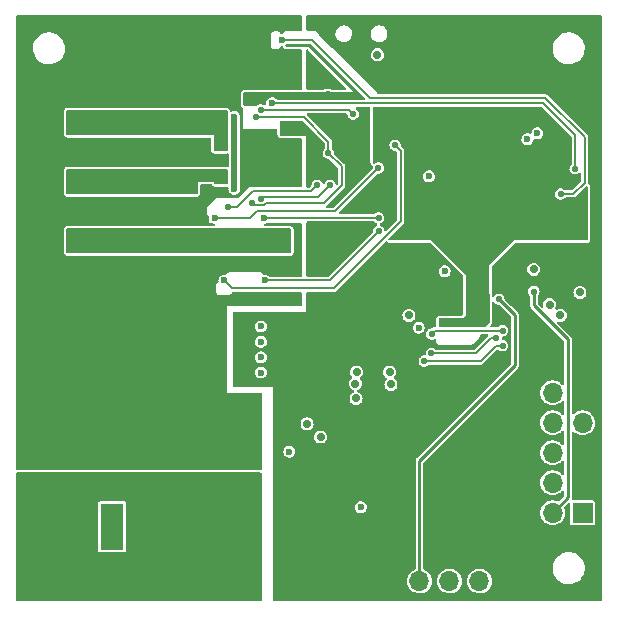
<source format=gbr>
%TF.GenerationSoftware,KiCad,Pcbnew,(6.0.9)*%
%TF.CreationDate,2023-03-20T14:35:20+01:00*%
%TF.ProjectId,BLDC_driver_small,424c4443-5f64-4726-9976-65725f736d61,rev?*%
%TF.SameCoordinates,Original*%
%TF.FileFunction,Copper,L6,Bot*%
%TF.FilePolarity,Positive*%
%FSLAX46Y46*%
G04 Gerber Fmt 4.6, Leading zero omitted, Abs format (unit mm)*
G04 Created by KiCad (PCBNEW (6.0.9)) date 2023-03-20 14:35:20*
%MOMM*%
%LPD*%
G01*
G04 APERTURE LIST*
%TA.AperFunction,ComponentPad*%
%ADD10O,1.700000X1.700000*%
%TD*%
%TA.AperFunction,ComponentPad*%
%ADD11R,1.700000X1.700000*%
%TD*%
%TA.AperFunction,ComponentPad*%
%ADD12O,1.980000X3.960000*%
%TD*%
%TA.AperFunction,ComponentPad*%
%ADD13R,1.980000X3.960000*%
%TD*%
%TA.AperFunction,ComponentPad*%
%ADD14O,3.960000X1.980000*%
%TD*%
%TA.AperFunction,ComponentPad*%
%ADD15R,3.960000X1.980000*%
%TD*%
%TA.AperFunction,ViaPad*%
%ADD16C,0.560000*%
%TD*%
%TA.AperFunction,ViaPad*%
%ADD17C,0.600000*%
%TD*%
%TA.AperFunction,ViaPad*%
%ADD18C,0.700000*%
%TD*%
%TA.AperFunction,Conductor*%
%ADD19C,0.203200*%
%TD*%
%TA.AperFunction,Conductor*%
%ADD20C,0.254000*%
%TD*%
%TA.AperFunction,Conductor*%
%ADD21C,0.508000*%
%TD*%
G04 APERTURE END LIST*
D10*
%TO.P,J3,10,Pin_10*%
%TO.N,/NRST*%
X144635000Y-101565000D03*
%TO.P,J3,9,Pin_9*%
%TO.N,GND*%
X147175000Y-101565000D03*
%TO.P,J3,8,Pin_8*%
%TO.N,unconnected-(J3-Pad8)*%
X144635000Y-104105000D03*
%TO.P,J3,7,Pin_7*%
%TO.N,unconnected-(J3-Pad7)*%
X147175000Y-104105000D03*
%TO.P,J3,6,Pin_6*%
%TO.N,unconnected-(J3-Pad6)*%
X144635000Y-106645000D03*
%TO.P,J3,5,Pin_5*%
%TO.N,GND*%
X147175000Y-106645000D03*
%TO.P,J3,4,Pin_4*%
%TO.N,/SWD_{CLK}*%
X144635000Y-109185000D03*
%TO.P,J3,3,Pin_3*%
%TO.N,GND*%
X147175000Y-109185000D03*
%TO.P,J3,2,Pin_2*%
%TO.N,/SWD_{IO}*%
X144635000Y-111725000D03*
D11*
%TO.P,J3,1,Pin_1*%
%TO.N,+3V3*%
X147175000Y-111725000D03*
%TD*%
D10*
%TO.P,J4,4,Pin_4*%
%TO.N,/I2C_{SDA}*%
X133370000Y-117500000D03*
%TO.P,J4,3,Pin_3*%
%TO.N,/I2C_{SCL}*%
X135910000Y-117500000D03*
%TO.P,J4,2,Pin_2*%
%TO.N,+3V3*%
X138450000Y-117500000D03*
D11*
%TO.P,J4,1,Pin_1*%
%TO.N,GND*%
X140990000Y-117500000D03*
%TD*%
D12*
%TO.P,J1,2,Pin_2*%
%TO.N,GNDREF*%
X102365000Y-112900000D03*
D13*
%TO.P,J1,1,Pin_1*%
%TO.N,/V_{pwr}*%
X107365000Y-112900000D03*
%TD*%
D14*
%TO.P,J2,3,Pin_3*%
%TO.N,/OUT_{W}*%
X105510000Y-78695000D03*
%TO.P,J2,2,Pin_2*%
%TO.N,/OUT_{V}*%
X105510000Y-83695000D03*
D15*
%TO.P,J2,1,Pin_1*%
%TO.N,/OUT_{U}*%
X105510000Y-88695000D03*
%TD*%
D16*
%TO.N,GND*%
X125250000Y-90600000D03*
D17*
X120950000Y-99850000D03*
%TO.N,GNDA*%
X119950000Y-99850000D03*
X119950000Y-98550000D03*
%TO.N,GND*%
X120950000Y-98550000D03*
X120950000Y-97250000D03*
%TO.N,GNDA*%
X119950000Y-97250000D03*
%TO.N,GND*%
X120950000Y-95950000D03*
%TO.N,GNDA*%
X119950000Y-95950000D03*
D18*
%TO.N,+3V3*%
X129800000Y-72950000D03*
X146950000Y-93050000D03*
X123850000Y-104200000D03*
D17*
X128400000Y-111250000D03*
D18*
X144399000Y-94107000D03*
X143050000Y-91100000D03*
X145288000Y-94996000D03*
X125000000Y-105300000D03*
D17*
X122350000Y-106550000D03*
D18*
%TO.N,GND*%
X125375000Y-100400000D03*
D17*
X125600000Y-75050000D03*
D18*
X123850000Y-110000000D03*
X139000000Y-107500000D03*
X125850000Y-115800000D03*
X146250000Y-90950000D03*
X145600000Y-75700000D03*
X139900000Y-107500000D03*
X134550000Y-90350000D03*
X146500000Y-75700000D03*
X128725000Y-95600000D03*
X131850000Y-102800000D03*
X137650000Y-72150000D03*
X124650000Y-82450000D03*
D17*
X132250000Y-110050000D03*
D18*
X138550000Y-73050000D03*
X146500000Y-76600000D03*
X129175000Y-94050000D03*
X139000000Y-106600000D03*
X131325000Y-90200000D03*
X143275000Y-96800000D03*
X128750000Y-105950000D03*
X124550000Y-101525000D03*
D17*
X131572000Y-74803000D03*
D18*
X139900000Y-106600000D03*
X133800000Y-100550000D03*
D17*
X134239000Y-72136000D03*
X122400000Y-111250000D03*
D18*
X126750000Y-115800000D03*
X146250000Y-90050000D03*
X147150000Y-90950000D03*
X125850000Y-116700000D03*
X126450000Y-79250000D03*
X145600000Y-76600000D03*
X137650000Y-73050000D03*
X144375000Y-96800000D03*
X130875000Y-91850000D03*
X126750000Y-116700000D03*
X147150000Y-90050000D03*
D17*
X142113000Y-72136000D03*
D18*
X139900000Y-112100000D03*
X138550000Y-72150000D03*
X139000000Y-113000000D03*
X139000000Y-112100000D03*
X139900000Y-113000000D03*
D17*
%TO.N,+3.3VA*%
X134175000Y-83225000D03*
D18*
X127950000Y-100800000D03*
X130950000Y-100850000D03*
D17*
X143350000Y-79600000D03*
X142500000Y-80100000D03*
X133300000Y-96050000D03*
%TO.N,/NRST*%
X135509000Y-91262200D03*
D16*
%TO.N,/SENSE_{U}+*%
X129900000Y-86750000D03*
D17*
X120200000Y-86750000D03*
D16*
%TO.N,/SENSE_{V}+*%
X129890000Y-82519000D03*
D17*
X116050000Y-86750000D03*
D16*
%TO.N,/SENSE_{W}+*%
X146550000Y-82600000D03*
D17*
X120900000Y-77050000D03*
D16*
%TO.N,/PWM_{U}*%
X124700000Y-84000000D03*
X140400000Y-97575000D03*
X133775000Y-98875000D03*
X117150000Y-85800000D03*
%TO.N,/PWM_{W}*%
X125800000Y-84000000D03*
X119950000Y-85150000D03*
X139875000Y-96925000D03*
X134375000Y-98225000D03*
%TO.N,/PWM_{V}*%
X127750000Y-77950000D03*
X119950000Y-77600000D03*
X134400000Y-96600000D03*
X140400000Y-96300000D03*
%TO.N,/SWD_{IO}*%
X143050000Y-93000000D03*
%TO.N,/I2C_{SDA}*%
X140100000Y-93650000D03*
%TO.N,/OUT_{W}*%
X116850000Y-80850000D03*
X116250000Y-80250000D03*
X116850000Y-80250000D03*
X116250000Y-80850000D03*
%TO.N,/OUT_{V}*%
X116250000Y-83050000D03*
X116850000Y-83050000D03*
X116250000Y-83650000D03*
X116850000Y-83650000D03*
%TO.N,/OUT_{U}*%
X121650000Y-88400000D03*
X121650000Y-89000000D03*
X122250000Y-89000000D03*
X122250000Y-88400000D03*
%TO.N,/ENABLE*%
X119200000Y-85500000D03*
X119523900Y-78200000D03*
X125650000Y-81250000D03*
D17*
%TO.N,/V_{CP}*%
X117700000Y-84300000D03*
X117700000Y-78200000D03*
D18*
%TO.N,GNDPWR*%
X115200000Y-90850000D03*
X118550000Y-90850000D03*
D17*
X120300000Y-81700000D03*
D18*
X106000000Y-93000000D03*
X107550000Y-106300000D03*
D17*
X121100000Y-82500000D03*
D18*
X114850000Y-102600000D03*
X101900000Y-89150000D03*
X102950000Y-97100000D03*
X114700000Y-98350000D03*
X102050000Y-100900000D03*
X116100000Y-72000000D03*
X115600000Y-96600000D03*
X116050000Y-90850000D03*
X109500000Y-86200000D03*
X101000000Y-83250000D03*
X107550000Y-107200000D03*
X114700000Y-96600000D03*
X118200000Y-107200000D03*
X101900000Y-88250000D03*
X120250000Y-90850000D03*
X105100000Y-92100000D03*
X101000000Y-79150000D03*
X118200000Y-106300000D03*
X120900000Y-72950000D03*
D17*
X119500000Y-80900000D03*
D18*
X106650000Y-106300000D03*
X115600000Y-97450000D03*
X115600000Y-99200000D03*
D17*
X121100000Y-81700000D03*
D18*
X101000000Y-89150000D03*
D17*
X120300000Y-80900000D03*
D18*
X119400000Y-90850000D03*
X109500000Y-81200000D03*
X114700000Y-99200000D03*
D17*
X119500000Y-82500000D03*
D18*
X119100000Y-107200000D03*
X108500000Y-72900000D03*
X115200000Y-84325000D03*
X103850000Y-100900000D03*
X117000000Y-72900000D03*
X101900000Y-79150000D03*
X120050000Y-72950000D03*
X107600000Y-72900000D03*
X114325000Y-80400000D03*
X103850000Y-97100000D03*
D17*
X121100000Y-80900000D03*
D18*
X101150000Y-97100000D03*
X101900000Y-83250000D03*
X116100000Y-72900000D03*
X114700000Y-97450000D03*
X116900000Y-90850000D03*
X101900000Y-84150000D03*
X102050000Y-97100000D03*
X119100000Y-106300000D03*
X101000000Y-78250000D03*
X106650000Y-107200000D03*
X105100000Y-93000000D03*
X107600000Y-72000000D03*
X101150000Y-100900000D03*
D17*
X120300000Y-82500000D03*
X119500000Y-81700000D03*
D18*
X102950000Y-100900000D03*
X121750000Y-72950000D03*
X106000000Y-92100000D03*
X101000000Y-84150000D03*
X101900000Y-78250000D03*
X117000000Y-72000000D03*
X115600000Y-98350000D03*
X108500000Y-72000000D03*
X101000000Y-88250000D03*
%TO.N,GNDA*%
X132475000Y-95000000D03*
X134700000Y-80600000D03*
X134600000Y-85900000D03*
X130850000Y-99800000D03*
X131000000Y-86300000D03*
X125600000Y-76350000D03*
X131953000Y-88011000D03*
X139900000Y-87300000D03*
X136017000Y-89357200D03*
X139750000Y-84800000D03*
X128000000Y-102025000D03*
X131125000Y-82700000D03*
X145175000Y-80475000D03*
X130900000Y-78700000D03*
X128050000Y-99800000D03*
X137300000Y-87300000D03*
X146050000Y-87630000D03*
X131125000Y-83750000D03*
X145175000Y-81575000D03*
X139900000Y-80850000D03*
%TO.N,GNDREF*%
X112400000Y-111200000D03*
X104500000Y-117400000D03*
X113700000Y-116500000D03*
X114600000Y-117400000D03*
X105400000Y-116500000D03*
X104500000Y-116500000D03*
X113700000Y-117400000D03*
X105400000Y-117400000D03*
X114600000Y-116500000D03*
D16*
%TO.N,/SENSE_{U}-*%
X129921000Y-87884000D03*
D17*
X120250000Y-92050000D03*
D16*
%TO.N,/SENSE_{V}-*%
X131300000Y-80600000D03*
D17*
X116850000Y-92050000D03*
%TO.N,/SENSE_{W}-*%
X121700000Y-71700000D03*
D16*
X145325000Y-84725000D03*
%TD*%
D19*
%TO.N,/SENSE_{U}-*%
X125755000Y-92050000D02*
X129921000Y-87884000D01*
X120250000Y-92050000D02*
X125755000Y-92050000D01*
%TO.N,/SENSE_{V}-*%
X117525000Y-92725000D02*
X116850000Y-92050000D01*
%TO.N,/SENSE_{W}-*%
X146400000Y-84725000D02*
X145325000Y-84725000D01*
X147350000Y-83775000D02*
X146400000Y-84725000D01*
X129175000Y-76600000D02*
X144025000Y-76600000D01*
X144025000Y-76600000D02*
X147350000Y-79925000D01*
X147350000Y-79925000D02*
X147350000Y-83775000D01*
X121700000Y-71700000D02*
X124275000Y-71700000D01*
X124275000Y-71700000D02*
X129175000Y-76600000D01*
%TO.N,/SENSE_{U}+*%
X129900000Y-86750000D02*
X120200000Y-86750000D01*
%TO.N,/SENSE_{V}+*%
X119601600Y-86198400D02*
X119050000Y-86750000D01*
X120428481Y-86198400D02*
X119601600Y-86198400D01*
X126200000Y-86200000D02*
X120430081Y-86200000D01*
X129881000Y-82519000D02*
X126200000Y-86200000D01*
X119050000Y-86750000D02*
X116050000Y-86750000D01*
X120430081Y-86200000D02*
X120428481Y-86198400D01*
X129890000Y-82519000D02*
X129881000Y-82519000D01*
%TO.N,/SENSE_{W}+*%
X146550000Y-82600000D02*
X146550000Y-79750000D01*
X143850000Y-77050000D02*
X120900000Y-77050000D01*
X146550000Y-79750000D02*
X143850000Y-77050000D01*
%TO.N,/PWM_{U}*%
X117950000Y-85800000D02*
X117150000Y-85800000D01*
X124700000Y-84000000D02*
X124200000Y-84500000D01*
X138550000Y-98875000D02*
X133775000Y-98875000D01*
X124200000Y-84500000D02*
X119250000Y-84500000D01*
X140400000Y-97575000D02*
X139850000Y-97575000D01*
X139850000Y-97575000D02*
X138550000Y-98875000D01*
X119250000Y-84500000D02*
X117950000Y-85800000D01*
%TO.N,/PWM_{W}*%
X120100000Y-85000000D02*
X119950000Y-85150000D01*
X139425000Y-96925000D02*
X139875000Y-96925000D01*
X124800000Y-85000000D02*
X120100000Y-85000000D01*
X134375000Y-98225000D02*
X138125000Y-98225000D01*
X138125000Y-98225000D02*
X139425000Y-96925000D01*
X125800000Y-84000000D02*
X124800000Y-85000000D01*
%TO.N,/PWM_{V}*%
X119950000Y-77600000D02*
X119951600Y-77601600D01*
X119951600Y-77601600D02*
X124248400Y-77601600D01*
X127400000Y-77600000D02*
X127750000Y-77950000D01*
X124250000Y-77600000D02*
X127400000Y-77600000D01*
X124248400Y-77601600D02*
X124250000Y-77600000D01*
X134700000Y-96300000D02*
X140400000Y-96300000D01*
X134400000Y-96600000D02*
X134700000Y-96300000D01*
D20*
%TO.N,/SWD_{IO}*%
X145950000Y-97050000D02*
X145950000Y-110410000D01*
X143050000Y-94150000D02*
X145950000Y-97050000D01*
X143050000Y-93000000D02*
X143050000Y-94150000D01*
X145950000Y-110410000D02*
X144635000Y-111725000D01*
%TO.N,/I2C_{SDA}*%
X140100000Y-93650000D02*
X141450000Y-95000000D01*
X133370000Y-107330000D02*
X133370000Y-117500000D01*
X141450000Y-95000000D02*
X141450000Y-99250000D01*
X141450000Y-99250000D02*
X133370000Y-107330000D01*
D19*
%TO.N,/ENABLE*%
X125650000Y-80300000D02*
X123550000Y-78200000D01*
X126800000Y-82400000D02*
X126800000Y-84000000D01*
X120344725Y-85500000D02*
X120168125Y-85676600D01*
X123550000Y-78200000D02*
X119523900Y-78200000D01*
X125300000Y-85500000D02*
X120344725Y-85500000D01*
X125650000Y-81250000D02*
X125650000Y-80300000D01*
X120168125Y-85676600D02*
X119376600Y-85676600D01*
X119376600Y-85676600D02*
X119200000Y-85500000D01*
X126800000Y-84000000D02*
X125300000Y-85500000D01*
X125650000Y-81250000D02*
X126800000Y-82400000D01*
D21*
%TO.N,/V_{CP}*%
X117700000Y-78200000D02*
X117700000Y-84300000D01*
D19*
%TO.N,/SENSE_{V}-*%
X117525000Y-92725000D02*
X126096000Y-92725000D01*
X126096000Y-92725000D02*
X131776600Y-87044400D01*
X131776600Y-81076600D02*
X131300000Y-80600000D01*
X131776600Y-87044400D02*
X131776600Y-81076600D01*
%TD*%
%TA.AperFunction,Conductor*%
%TO.N,GNDREF*%
G36*
X119959191Y-108324407D02*
G01*
X119995155Y-108373907D01*
X120000000Y-108404500D01*
X120000000Y-119100500D01*
X119981093Y-119158691D01*
X119931593Y-119194655D01*
X119901000Y-119199500D01*
X99299500Y-119199500D01*
X99241309Y-119180593D01*
X99205345Y-119131093D01*
X99200500Y-119100500D01*
X99200500Y-114899748D01*
X106174500Y-114899748D01*
X106186133Y-114958231D01*
X106230448Y-115024552D01*
X106296769Y-115068867D01*
X106306332Y-115070769D01*
X106306334Y-115070770D01*
X106329005Y-115075279D01*
X106355252Y-115080500D01*
X108374748Y-115080500D01*
X108400995Y-115075279D01*
X108423666Y-115070770D01*
X108423668Y-115070769D01*
X108433231Y-115068867D01*
X108499552Y-115024552D01*
X108543867Y-114958231D01*
X108555500Y-114899748D01*
X108555500Y-110900252D01*
X108543867Y-110841769D01*
X108499552Y-110775448D01*
X108433231Y-110731133D01*
X108423668Y-110729231D01*
X108423666Y-110729230D01*
X108400995Y-110724721D01*
X108374748Y-110719500D01*
X106355252Y-110719500D01*
X106329005Y-110724721D01*
X106306334Y-110729230D01*
X106306332Y-110729231D01*
X106296769Y-110731133D01*
X106230448Y-110775448D01*
X106186133Y-110841769D01*
X106174500Y-110900252D01*
X106174500Y-114899748D01*
X99200500Y-114899748D01*
X99200500Y-108404500D01*
X99219407Y-108346309D01*
X99268907Y-108310345D01*
X99299500Y-108305500D01*
X119901000Y-108305500D01*
X119959191Y-108324407D01*
G37*
%TD.AperFunction*%
%TD*%
%TA.AperFunction,Conductor*%
%TO.N,GNDA*%
G36*
X143742049Y-77371007D02*
G01*
X143753862Y-77381096D01*
X146218904Y-79846138D01*
X146246681Y-79900655D01*
X146247900Y-79916142D01*
X146247900Y-82178679D01*
X146228993Y-82236870D01*
X146223104Y-82244213D01*
X146148932Y-82328197D01*
X146148930Y-82328199D01*
X146144265Y-82333482D01*
X146085770Y-82458071D01*
X146084685Y-82465042D01*
X146084684Y-82465044D01*
X146076283Y-82519000D01*
X146064595Y-82594069D01*
X146082441Y-82730545D01*
X146085282Y-82737001D01*
X146085282Y-82737002D01*
X146134698Y-82849307D01*
X146137874Y-82856526D01*
X146142411Y-82861923D01*
X146142412Y-82861925D01*
X146165209Y-82889045D01*
X146226438Y-82961885D01*
X146232309Y-82965793D01*
X146232310Y-82965794D01*
X146249430Y-82977190D01*
X146341012Y-83038152D01*
X146347739Y-83040254D01*
X146347742Y-83040255D01*
X146465655Y-83077093D01*
X146465656Y-83077093D01*
X146472387Y-83079196D01*
X146541194Y-83080457D01*
X146602947Y-83081590D01*
X146602949Y-83081590D01*
X146610001Y-83081719D01*
X146616804Y-83079864D01*
X146616806Y-83079864D01*
X146689145Y-83060142D01*
X146742792Y-83045516D01*
X146860084Y-82973498D01*
X146866536Y-82966370D01*
X146875503Y-82956464D01*
X146928572Y-82926011D01*
X146989405Y-82932566D01*
X147034767Y-82973627D01*
X147047900Y-83022901D01*
X147047900Y-83608858D01*
X147028993Y-83667049D01*
X147018904Y-83678862D01*
X146303862Y-84393904D01*
X146249345Y-84421681D01*
X146233858Y-84422900D01*
X145744391Y-84422900D01*
X145686200Y-84403993D01*
X145669393Y-84388524D01*
X145644117Y-84359189D01*
X145638200Y-84355354D01*
X145638198Y-84355352D01*
X145534541Y-84288166D01*
X145534539Y-84288165D01*
X145528619Y-84284328D01*
X145396753Y-84244891D01*
X145316888Y-84244403D01*
X145266169Y-84244093D01*
X145266168Y-84244093D01*
X145259118Y-84244050D01*
X145252341Y-84245987D01*
X145252340Y-84245987D01*
X145133560Y-84279935D01*
X145133559Y-84279936D01*
X145126780Y-84281873D01*
X145120818Y-84285635D01*
X145120815Y-84285636D01*
X145078470Y-84312354D01*
X145010376Y-84355318D01*
X145005707Y-84360605D01*
X144923932Y-84453197D01*
X144923930Y-84453199D01*
X144919265Y-84458482D01*
X144860770Y-84583071D01*
X144839595Y-84719069D01*
X144857441Y-84855545D01*
X144860282Y-84862001D01*
X144860282Y-84862002D01*
X144902290Y-84957471D01*
X144912874Y-84981526D01*
X144917411Y-84986923D01*
X144917412Y-84986925D01*
X144952957Y-85029210D01*
X145001438Y-85086885D01*
X145007309Y-85090793D01*
X145007310Y-85090794D01*
X145038778Y-85111741D01*
X145116012Y-85163152D01*
X145122739Y-85165254D01*
X145122742Y-85165255D01*
X145240655Y-85202093D01*
X145240656Y-85202093D01*
X145247387Y-85204196D01*
X145316194Y-85205458D01*
X145377947Y-85206590D01*
X145377949Y-85206590D01*
X145385001Y-85206719D01*
X145391804Y-85204864D01*
X145391806Y-85204864D01*
X145464145Y-85185142D01*
X145517792Y-85170516D01*
X145635084Y-85098498D01*
X145645596Y-85086885D01*
X145670236Y-85059663D01*
X145723304Y-85029210D01*
X145743633Y-85027100D01*
X146346180Y-85027100D01*
X146350359Y-85027407D01*
X146355104Y-85029036D01*
X146404810Y-85027170D01*
X146408523Y-85027100D01*
X146428097Y-85027100D01*
X146432535Y-85026274D01*
X146437801Y-85025932D01*
X146454369Y-85025310D01*
X146467566Y-85024814D01*
X146475962Y-85021207D01*
X146475965Y-85021206D01*
X146478254Y-85020222D01*
X146499206Y-85013857D01*
X146501649Y-85013402D01*
X146501653Y-85013400D01*
X146510639Y-85011727D01*
X146533469Y-84997654D01*
X146546331Y-84990974D01*
X146564545Y-84983149D01*
X146564548Y-84983147D01*
X146570968Y-84980389D01*
X146575877Y-84976357D01*
X146580310Y-84971924D01*
X146598367Y-84957652D01*
X146598660Y-84957471D01*
X146606442Y-84952674D01*
X146611972Y-84945401D01*
X146611976Y-84945398D01*
X146624226Y-84929288D01*
X146633026Y-84919208D01*
X147468196Y-84084038D01*
X147522713Y-84056261D01*
X147583145Y-84065832D01*
X147626410Y-84109097D01*
X147637200Y-84154042D01*
X147637200Y-88548000D01*
X147618293Y-88606191D01*
X147568793Y-88642155D01*
X147538200Y-88647000D01*
X141465000Y-88647000D01*
X139287000Y-90751000D01*
X139287040Y-90761249D01*
X139305848Y-95593070D01*
X139287168Y-95651334D01*
X139279595Y-95660605D01*
X138997646Y-95966050D01*
X138944283Y-95995984D01*
X138924900Y-95997900D01*
X135087000Y-95997900D01*
X135028809Y-95978993D01*
X134992845Y-95929493D01*
X134988000Y-95898900D01*
X134988000Y-95350000D01*
X135006907Y-95291809D01*
X135056407Y-95255845D01*
X135087000Y-95251000D01*
X137020000Y-95251000D01*
X137287000Y-95001000D01*
X137274000Y-91568000D01*
X134353000Y-88647000D01*
X130840242Y-88647000D01*
X130782051Y-88628093D01*
X130746087Y-88578593D01*
X130746087Y-88517407D01*
X130770238Y-88477996D01*
X131952163Y-87296071D01*
X131955333Y-87293335D01*
X131959840Y-87291132D01*
X131993667Y-87254666D01*
X131996244Y-87251990D01*
X132010085Y-87238149D01*
X132012642Y-87234421D01*
X132016105Y-87230477D01*
X132030163Y-87215323D01*
X132030164Y-87215322D01*
X132036377Y-87208624D01*
X132039763Y-87200138D01*
X132039765Y-87200134D01*
X132040687Y-87197822D01*
X132051000Y-87178506D01*
X132057581Y-87168913D01*
X132063772Y-87142823D01*
X132068145Y-87128997D01*
X132075491Y-87110585D01*
X132075491Y-87110583D01*
X132078080Y-87104095D01*
X132078700Y-87097772D01*
X132078700Y-87091509D01*
X132081375Y-87068650D01*
X132081457Y-87068306D01*
X132081457Y-87068304D01*
X132083567Y-87059413D01*
X132079604Y-87030292D01*
X132078700Y-87016943D01*
X132078700Y-83218823D01*
X133669391Y-83218823D01*
X133670306Y-83225820D01*
X133670306Y-83225821D01*
X133686500Y-83349662D01*
X133687980Y-83360979D01*
X133690821Y-83367435D01*
X133690821Y-83367436D01*
X133698586Y-83385082D01*
X133745720Y-83492203D01*
X133768994Y-83519891D01*
X133833431Y-83596549D01*
X133833434Y-83596551D01*
X133837970Y-83601948D01*
X133843841Y-83605856D01*
X133843842Y-83605857D01*
X133856143Y-83614045D01*
X133957313Y-83681390D01*
X134057920Y-83712821D01*
X134087425Y-83722039D01*
X134087426Y-83722039D01*
X134094157Y-83724142D01*
X134165828Y-83725456D01*
X134230445Y-83726641D01*
X134230447Y-83726641D01*
X134237499Y-83726770D01*
X134244302Y-83724915D01*
X134244304Y-83724915D01*
X134319503Y-83704413D01*
X134375817Y-83689060D01*
X134497991Y-83614045D01*
X134505403Y-83605857D01*
X134589468Y-83512982D01*
X134594200Y-83507754D01*
X134656710Y-83378733D01*
X134660875Y-83353982D01*
X134679862Y-83241124D01*
X134679862Y-83241120D01*
X134680496Y-83237354D01*
X134680647Y-83225000D01*
X134660323Y-83083082D01*
X134635391Y-83028246D01*
X134603905Y-82958996D01*
X134603904Y-82958995D01*
X134600984Y-82952572D01*
X134507400Y-82843963D01*
X134387095Y-82765985D01*
X134249739Y-82724907D01*
X134166497Y-82724398D01*
X134113427Y-82724074D01*
X134113426Y-82724074D01*
X134106376Y-82724031D01*
X134099599Y-82725968D01*
X134099598Y-82725968D01*
X133975309Y-82761490D01*
X133975307Y-82761491D01*
X133968529Y-82763428D01*
X133847280Y-82839930D01*
X133842613Y-82845214D01*
X133842611Y-82845216D01*
X133757044Y-82942103D01*
X133757042Y-82942105D01*
X133752377Y-82947388D01*
X133749381Y-82953770D01*
X133749380Y-82953771D01*
X133744549Y-82964060D01*
X133691447Y-83077163D01*
X133669391Y-83218823D01*
X132078700Y-83218823D01*
X132078700Y-81130416D01*
X132079007Y-81126240D01*
X132080636Y-81121495D01*
X132078770Y-81071790D01*
X132078700Y-81068077D01*
X132078700Y-81048503D01*
X132077874Y-81044065D01*
X132077532Y-81038799D01*
X132076757Y-81018170D01*
X132076414Y-81009034D01*
X132072807Y-81000638D01*
X132072806Y-81000635D01*
X132071822Y-80998346D01*
X132065457Y-80977394D01*
X132065002Y-80974951D01*
X132065000Y-80974947D01*
X132063327Y-80965961D01*
X132049254Y-80943131D01*
X132042574Y-80930269D01*
X132034749Y-80912055D01*
X132034747Y-80912052D01*
X132031989Y-80905632D01*
X132027957Y-80900723D01*
X132023524Y-80896290D01*
X132009252Y-80878233D01*
X132009071Y-80877940D01*
X132004274Y-80870158D01*
X131997001Y-80864628D01*
X131996998Y-80864624D01*
X131980888Y-80852374D01*
X131970808Y-80843574D01*
X131813958Y-80686724D01*
X131786181Y-80632207D01*
X131785492Y-80611862D01*
X131785296Y-80611860D01*
X131785394Y-80603826D01*
X131785441Y-80600000D01*
X131765929Y-80463753D01*
X131729101Y-80382754D01*
X131711882Y-80344883D01*
X131711881Y-80344882D01*
X131708961Y-80338459D01*
X131619117Y-80234189D01*
X131613200Y-80230354D01*
X131613198Y-80230352D01*
X131509541Y-80163166D01*
X131509539Y-80163165D01*
X131503619Y-80159328D01*
X131371753Y-80119891D01*
X131291888Y-80119403D01*
X131241169Y-80119093D01*
X131241168Y-80119093D01*
X131234118Y-80119050D01*
X131227341Y-80120987D01*
X131227340Y-80120987D01*
X131108560Y-80154935D01*
X131108559Y-80154936D01*
X131101780Y-80156873D01*
X131095818Y-80160635D01*
X131095815Y-80160636D01*
X131050289Y-80189361D01*
X130985376Y-80230318D01*
X130953426Y-80266495D01*
X130898932Y-80328197D01*
X130898930Y-80328199D01*
X130894265Y-80333482D01*
X130891269Y-80339864D01*
X130891268Y-80339865D01*
X130886259Y-80350533D01*
X130835770Y-80458071D01*
X130834685Y-80465042D01*
X130834684Y-80465044D01*
X130826917Y-80514930D01*
X130814595Y-80594069D01*
X130832441Y-80730545D01*
X130835282Y-80737001D01*
X130835282Y-80737002D01*
X130884261Y-80848314D01*
X130887874Y-80856526D01*
X130892411Y-80861923D01*
X130892412Y-80861925D01*
X130921299Y-80896290D01*
X130976438Y-80961885D01*
X131091012Y-81038152D01*
X131097739Y-81040254D01*
X131097742Y-81040255D01*
X131215655Y-81077093D01*
X131215656Y-81077093D01*
X131222387Y-81079196D01*
X131274011Y-81080142D01*
X131314440Y-81080884D01*
X131372274Y-81100855D01*
X131382629Y-81109863D01*
X131445504Y-81172738D01*
X131473281Y-81227255D01*
X131474500Y-81242742D01*
X131474500Y-86878258D01*
X131455593Y-86936449D01*
X131445504Y-86948262D01*
X130559331Y-87834435D01*
X130504814Y-87862212D01*
X130444382Y-87852641D01*
X130401117Y-87809376D01*
X130391327Y-87778464D01*
X130387930Y-87754738D01*
X130387929Y-87754733D01*
X130386929Y-87747753D01*
X130329961Y-87622459D01*
X130240117Y-87518189D01*
X130234200Y-87514354D01*
X130234198Y-87514352D01*
X130130541Y-87447166D01*
X130130539Y-87447165D01*
X130124619Y-87443328D01*
X130039291Y-87417809D01*
X129988958Y-87383021D01*
X129968685Y-87325292D01*
X129986217Y-87266672D01*
X129997252Y-87253361D01*
X129998608Y-87251990D01*
X130015854Y-87234543D01*
X130021581Y-87228750D01*
X130065946Y-87202835D01*
X130085992Y-87197370D01*
X130085993Y-87197370D01*
X130092792Y-87195516D01*
X130210084Y-87123498D01*
X130259730Y-87068650D01*
X130297717Y-87026683D01*
X130297717Y-87026682D01*
X130302449Y-87021455D01*
X130362461Y-86897590D01*
X130363631Y-86890637D01*
X130363632Y-86890633D01*
X130384662Y-86765630D01*
X130384662Y-86765627D01*
X130385296Y-86761860D01*
X130385441Y-86750000D01*
X130365929Y-86613753D01*
X130308961Y-86488459D01*
X130245178Y-86414434D01*
X130223722Y-86389533D01*
X130223721Y-86389532D01*
X130219117Y-86384189D01*
X130213200Y-86380354D01*
X130213198Y-86380352D01*
X130109541Y-86313166D01*
X130109539Y-86313165D01*
X130103619Y-86309328D01*
X129971753Y-86269891D01*
X129891888Y-86269403D01*
X129841169Y-86269093D01*
X129841168Y-86269093D01*
X129834118Y-86269050D01*
X129827341Y-86270987D01*
X129827340Y-86270987D01*
X129708560Y-86304935D01*
X129708559Y-86304936D01*
X129701780Y-86306873D01*
X129695818Y-86310635D01*
X129695815Y-86310636D01*
X129609454Y-86365126D01*
X129585376Y-86380318D01*
X129580709Y-86385602D01*
X129580707Y-86385604D01*
X129555246Y-86414434D01*
X129502554Y-86445534D01*
X129481042Y-86447900D01*
X126618342Y-86447900D01*
X126560151Y-86428993D01*
X126524187Y-86379493D01*
X126524187Y-86318307D01*
X126548338Y-86278896D01*
X129798987Y-83028246D01*
X129853504Y-83000469D01*
X129870804Y-82999267D01*
X129899331Y-82999790D01*
X129942947Y-83000590D01*
X129942949Y-83000590D01*
X129950001Y-83000719D01*
X129956804Y-82998864D01*
X129956806Y-82998864D01*
X130069037Y-82968266D01*
X130082792Y-82964516D01*
X130200084Y-82892498D01*
X130219131Y-82871455D01*
X130287717Y-82795683D01*
X130287717Y-82795682D01*
X130292449Y-82790455D01*
X130352461Y-82666590D01*
X130353631Y-82659637D01*
X130353632Y-82659633D01*
X130374662Y-82534630D01*
X130374662Y-82534627D01*
X130375296Y-82530860D01*
X130375441Y-82519000D01*
X130355929Y-82382753D01*
X130298961Y-82257459D01*
X130242732Y-82192201D01*
X130213722Y-82158533D01*
X130213721Y-82158532D01*
X130209117Y-82153189D01*
X130203200Y-82149354D01*
X130203198Y-82149352D01*
X130099541Y-82082166D01*
X130099539Y-82082165D01*
X130093619Y-82078328D01*
X129961753Y-82038891D01*
X129881888Y-82038403D01*
X129831169Y-82038093D01*
X129831168Y-82038093D01*
X129824118Y-82038050D01*
X129817341Y-82039987D01*
X129817340Y-82039987D01*
X129698560Y-82073935D01*
X129698559Y-82073936D01*
X129691780Y-82075873D01*
X129685818Y-82079635D01*
X129685815Y-82079636D01*
X129575376Y-82149318D01*
X129573722Y-82146697D01*
X129529337Y-82165003D01*
X129469864Y-82150628D01*
X129430198Y-82104042D01*
X129422721Y-82066763D01*
X129413415Y-80093823D01*
X141994391Y-80093823D01*
X141995306Y-80100820D01*
X141995306Y-80100821D01*
X142002382Y-80154935D01*
X142012980Y-80235979D01*
X142015821Y-80242435D01*
X142015821Y-80242436D01*
X142023586Y-80260082D01*
X142070720Y-80367203D01*
X142116845Y-80422076D01*
X142158431Y-80471549D01*
X142158434Y-80471551D01*
X142162970Y-80476948D01*
X142168841Y-80480856D01*
X142168842Y-80480857D01*
X142181143Y-80489045D01*
X142282313Y-80556390D01*
X142369031Y-80583482D01*
X142412425Y-80597039D01*
X142412426Y-80597039D01*
X142419157Y-80599142D01*
X142490828Y-80600456D01*
X142555445Y-80601641D01*
X142555447Y-80601641D01*
X142562499Y-80601770D01*
X142569302Y-80599915D01*
X142569304Y-80599915D01*
X142668623Y-80572837D01*
X142700817Y-80564060D01*
X142822991Y-80489045D01*
X142830403Y-80480857D01*
X142914468Y-80387982D01*
X142919200Y-80382754D01*
X142981710Y-80253733D01*
X142985650Y-80230318D01*
X143002028Y-80132966D01*
X143030328Y-80078719D01*
X143085108Y-80051466D01*
X143131671Y-80058444D01*
X143132313Y-80056390D01*
X143262425Y-80097039D01*
X143262426Y-80097039D01*
X143269157Y-80099142D01*
X143340828Y-80100456D01*
X143405445Y-80101641D01*
X143405447Y-80101641D01*
X143412499Y-80101770D01*
X143419302Y-80099915D01*
X143419304Y-80099915D01*
X143497049Y-80078719D01*
X143550817Y-80064060D01*
X143672991Y-79989045D01*
X143678027Y-79983482D01*
X143764468Y-79887982D01*
X143769200Y-79882754D01*
X143831710Y-79753733D01*
X143834610Y-79736499D01*
X143854862Y-79616124D01*
X143854862Y-79616120D01*
X143855496Y-79612354D01*
X143855647Y-79600000D01*
X143835323Y-79458082D01*
X143775984Y-79327572D01*
X143682400Y-79218963D01*
X143562095Y-79140985D01*
X143424739Y-79099907D01*
X143341497Y-79099398D01*
X143288427Y-79099074D01*
X143288426Y-79099074D01*
X143281376Y-79099031D01*
X143274599Y-79100968D01*
X143274598Y-79100968D01*
X143150309Y-79136490D01*
X143150307Y-79136491D01*
X143143529Y-79138428D01*
X143022280Y-79214930D01*
X143017613Y-79220214D01*
X143017611Y-79220216D01*
X142932044Y-79317103D01*
X142932042Y-79317105D01*
X142927377Y-79322388D01*
X142866447Y-79452163D01*
X142865362Y-79459134D01*
X142848695Y-79566179D01*
X142821061Y-79620768D01*
X142766617Y-79648688D01*
X142712504Y-79641250D01*
X142712095Y-79640985D01*
X142705339Y-79638965D01*
X142705338Y-79638964D01*
X142581500Y-79601929D01*
X142574739Y-79599907D01*
X142491497Y-79599398D01*
X142438427Y-79599074D01*
X142438426Y-79599074D01*
X142431376Y-79599031D01*
X142424599Y-79600968D01*
X142424598Y-79600968D01*
X142300309Y-79636490D01*
X142300307Y-79636491D01*
X142293529Y-79638428D01*
X142172280Y-79714930D01*
X142167613Y-79720214D01*
X142167611Y-79720216D01*
X142082044Y-79817103D01*
X142082042Y-79817105D01*
X142077377Y-79822388D01*
X142016447Y-79952163D01*
X142015362Y-79959132D01*
X142015361Y-79959135D01*
X142001193Y-80050133D01*
X141994391Y-80093823D01*
X129413415Y-80093823D01*
X129400951Y-77451567D01*
X129419584Y-77393288D01*
X129468914Y-77357091D01*
X129499950Y-77352100D01*
X143683858Y-77352100D01*
X143742049Y-77371007D01*
G37*
%TD.AperFunction*%
%TA.AperFunction,Conductor*%
G36*
X124167049Y-72021007D02*
G01*
X124178862Y-72031096D01*
X128726662Y-76578896D01*
X128754439Y-76633413D01*
X128744868Y-76693845D01*
X128701603Y-76737110D01*
X128656658Y-76747900D01*
X121345796Y-76747900D01*
X121287605Y-76728993D01*
X121270798Y-76713524D01*
X121237008Y-76674309D01*
X121237002Y-76674304D01*
X121232400Y-76668963D01*
X121112095Y-76590985D01*
X120974739Y-76549907D01*
X120891497Y-76549398D01*
X120838427Y-76549074D01*
X120838426Y-76549074D01*
X120831376Y-76549031D01*
X120824599Y-76550968D01*
X120824598Y-76550968D01*
X120700309Y-76586490D01*
X120700307Y-76586491D01*
X120693529Y-76588428D01*
X120572280Y-76664930D01*
X120567613Y-76670214D01*
X120567611Y-76670216D01*
X120482044Y-76767103D01*
X120482042Y-76767105D01*
X120477377Y-76772388D01*
X120416447Y-76902163D01*
X120415362Y-76909132D01*
X120415361Y-76909135D01*
X120402363Y-76992621D01*
X120394391Y-77043823D01*
X120395306Y-77050820D01*
X120395306Y-77050821D01*
X120405410Y-77128090D01*
X120394208Y-77188241D01*
X120349788Y-77230319D01*
X120289120Y-77238252D01*
X120253400Y-77224002D01*
X120159541Y-77163166D01*
X120159539Y-77163165D01*
X120153619Y-77159328D01*
X120021753Y-77119891D01*
X119941888Y-77119403D01*
X119891169Y-77119093D01*
X119891168Y-77119093D01*
X119884118Y-77119050D01*
X119877341Y-77120987D01*
X119877340Y-77120987D01*
X119758560Y-77154935D01*
X119758559Y-77154936D01*
X119751780Y-77156873D01*
X119745818Y-77160635D01*
X119745815Y-77160636D01*
X119635376Y-77230318D01*
X119634680Y-77229215D01*
X119584968Y-77249708D01*
X119577368Y-77250000D01*
X118549000Y-77250000D01*
X118490809Y-77231093D01*
X118454845Y-77181593D01*
X118450000Y-77151000D01*
X118450000Y-76199000D01*
X118468907Y-76140809D01*
X118518407Y-76104845D01*
X118549000Y-76100000D01*
X127800000Y-76100000D01*
X124000000Y-72250000D01*
X122100445Y-72250000D01*
X122042254Y-72231093D01*
X122006290Y-72181593D01*
X122006290Y-72120407D01*
X122027047Y-72084564D01*
X122072214Y-72034664D01*
X122125282Y-72004210D01*
X122145612Y-72002100D01*
X124108858Y-72002100D01*
X124167049Y-72021007D01*
G37*
%TD.AperFunction*%
%TD*%
%TA.AperFunction,Conductor*%
%TO.N,/OUT_{V}*%
G36*
X117109191Y-82668907D02*
G01*
X117145155Y-82718407D01*
X117150000Y-82749000D01*
X117150000Y-83801000D01*
X117131093Y-83859191D01*
X117081593Y-83895155D01*
X117051000Y-83900000D01*
X116049000Y-83900000D01*
X115990809Y-83881093D01*
X115954845Y-83831593D01*
X115950000Y-83801000D01*
X115950000Y-83700000D01*
X114600000Y-83700000D01*
X114600000Y-84651000D01*
X114581093Y-84709191D01*
X114531593Y-84745155D01*
X114501000Y-84750000D01*
X103549000Y-84750000D01*
X103490809Y-84731093D01*
X103454845Y-84681593D01*
X103450000Y-84651000D01*
X103450000Y-82749000D01*
X103468907Y-82690809D01*
X103518407Y-82654845D01*
X103549000Y-82650000D01*
X117051000Y-82650000D01*
X117109191Y-82668907D01*
G37*
%TD.AperFunction*%
%TD*%
%TA.AperFunction,Conductor*%
%TO.N,/OUT_{W}*%
G36*
X117109191Y-77668907D02*
G01*
X117145155Y-77718407D01*
X117150000Y-77749000D01*
X117150000Y-81000998D01*
X117131093Y-81059189D01*
X117081593Y-81095153D01*
X117050999Y-81099998D01*
X116550631Y-81099987D01*
X116049027Y-81099975D01*
X115990836Y-81081066D01*
X115954874Y-81031566D01*
X115950029Y-81000946D01*
X115950393Y-79765681D01*
X115950398Y-79750000D01*
X114989873Y-79750000D01*
X103549379Y-79750006D01*
X103491188Y-79731099D01*
X103455224Y-79681599D01*
X103450379Y-79651025D01*
X103450019Y-77749028D01*
X103468915Y-77690833D01*
X103518408Y-77654860D01*
X103549019Y-77650009D01*
X110300657Y-77650004D01*
X117051000Y-77650000D01*
X117109191Y-77668907D01*
G37*
%TD.AperFunction*%
%TD*%
%TA.AperFunction,Conductor*%
%TO.N,GNDPWR*%
G36*
X123359191Y-69619407D02*
G01*
X123395155Y-69668907D01*
X123400000Y-69699500D01*
X123400000Y-70845500D01*
X123381093Y-70903691D01*
X123331593Y-70939655D01*
X123301000Y-70944500D01*
X122101278Y-70944500D01*
X122097972Y-70944949D01*
X122097965Y-70944949D01*
X122054984Y-70950781D01*
X122046526Y-70951928D01*
X122043315Y-70952816D01*
X122043313Y-70952816D01*
X122037015Y-70954557D01*
X121995680Y-70965983D01*
X121984653Y-70969849D01*
X121976347Y-70972761D01*
X121976345Y-70972762D01*
X121969514Y-70975157D01*
X121933098Y-71001659D01*
X121900061Y-71025702D01*
X121900059Y-71025704D01*
X121895567Y-71028973D01*
X121891913Y-71033162D01*
X121891912Y-71033163D01*
X121856812Y-71073403D01*
X121856807Y-71073410D01*
X121855348Y-71075082D01*
X121833716Y-71104907D01*
X121829543Y-71117786D01*
X121825211Y-71131155D01*
X121789287Y-71180684D01*
X121730427Y-71199636D01*
X121667133Y-71199249D01*
X121609059Y-71179986D01*
X121576707Y-71139163D01*
X121558949Y-71097617D01*
X121522985Y-71048117D01*
X121498744Y-71020372D01*
X121420234Y-70973464D01*
X121397210Y-70965983D01*
X121365746Y-70955760D01*
X121365744Y-70955760D01*
X121362043Y-70954557D01*
X121358199Y-70953948D01*
X121358194Y-70953947D01*
X121302389Y-70945109D01*
X121302384Y-70945109D01*
X121298541Y-70944500D01*
X121099000Y-70944500D01*
X121066856Y-70947030D01*
X121036263Y-70951875D01*
X121030874Y-70954107D01*
X121030871Y-70954108D01*
X120953010Y-70986358D01*
X120953008Y-70986359D01*
X120947617Y-70988592D01*
X120898117Y-71024556D01*
X120870372Y-71048797D01*
X120823464Y-71127307D01*
X120804557Y-71185498D01*
X120803948Y-71189342D01*
X120803947Y-71189347D01*
X120797861Y-71227776D01*
X120794500Y-71249000D01*
X120794500Y-71662986D01*
X120794846Y-71665892D01*
X120797287Y-71686397D01*
X120796762Y-71713583D01*
X120794500Y-71727865D01*
X120794500Y-72151000D01*
X120797030Y-72183144D01*
X120801875Y-72213737D01*
X120804107Y-72219126D01*
X120804108Y-72219129D01*
X120833870Y-72290983D01*
X120838592Y-72302383D01*
X120874556Y-72351883D01*
X120898797Y-72379628D01*
X120977307Y-72426536D01*
X120982590Y-72428252D01*
X120982591Y-72428253D01*
X121031795Y-72444240D01*
X121035498Y-72445443D01*
X121039342Y-72446052D01*
X121039347Y-72446053D01*
X121095152Y-72454891D01*
X121095157Y-72454891D01*
X121099000Y-72455500D01*
X121298763Y-72455500D01*
X121352296Y-72448405D01*
X121380474Y-72440802D01*
X121400555Y-72435384D01*
X121400561Y-72435382D01*
X121402096Y-72434968D01*
X121427161Y-72426438D01*
X121501761Y-72373532D01*
X121505461Y-72369393D01*
X121505465Y-72369390D01*
X121541067Y-72329569D01*
X121541069Y-72329566D01*
X121542542Y-72327919D01*
X121564535Y-72298367D01*
X121574991Y-72267398D01*
X121611519Y-72218314D01*
X121670603Y-72200085D01*
X121731514Y-72201202D01*
X121733263Y-72201234D01*
X121791097Y-72221205D01*
X121822481Y-72261308D01*
X121840037Y-72302383D01*
X121876001Y-72351883D01*
X121900242Y-72379628D01*
X121978752Y-72426536D01*
X121984035Y-72428252D01*
X121984036Y-72428253D01*
X122033240Y-72444240D01*
X122036943Y-72445443D01*
X122040787Y-72446052D01*
X122040792Y-72446053D01*
X122096597Y-72454891D01*
X122096602Y-72454891D01*
X122100445Y-72455500D01*
X123301000Y-72455500D01*
X123359191Y-72474407D01*
X123395155Y-72523907D01*
X123400000Y-72554500D01*
X123400000Y-75795500D01*
X123381093Y-75853691D01*
X123331593Y-75889655D01*
X123301000Y-75894500D01*
X118549000Y-75894500D01*
X118516856Y-75897030D01*
X118486263Y-75901875D01*
X118480874Y-75904107D01*
X118480871Y-75904108D01*
X118403010Y-75936358D01*
X118403008Y-75936359D01*
X118397617Y-75938592D01*
X118348117Y-75974556D01*
X118320372Y-75998797D01*
X118273464Y-76077307D01*
X118254557Y-76135498D01*
X118244500Y-76199000D01*
X118244500Y-77151000D01*
X118247030Y-77183144D01*
X118251875Y-77213737D01*
X118254107Y-77219126D01*
X118254108Y-77219129D01*
X118286358Y-77296990D01*
X118288592Y-77302383D01*
X118324556Y-77351883D01*
X118348797Y-77379628D01*
X118355482Y-77383622D01*
X118361466Y-77388618D01*
X118359809Y-77390602D01*
X118392033Y-77427484D01*
X118400000Y-77466395D01*
X118400000Y-78167482D01*
X118389919Y-78198508D01*
X118400000Y-78241404D01*
X118400000Y-79250000D01*
X121245500Y-79250000D01*
X121303691Y-79268907D01*
X121339655Y-79318407D01*
X121344500Y-79349000D01*
X121344500Y-79701000D01*
X121347030Y-79733144D01*
X121351875Y-79763737D01*
X121354107Y-79769126D01*
X121354108Y-79769129D01*
X121386358Y-79846990D01*
X121388592Y-79852383D01*
X121424556Y-79901883D01*
X121430716Y-79908933D01*
X121443610Y-79923691D01*
X121448797Y-79929628D01*
X121527307Y-79976536D01*
X121532590Y-79978252D01*
X121532591Y-79978253D01*
X121581795Y-79994240D01*
X121585498Y-79995443D01*
X121589342Y-79996052D01*
X121589347Y-79996053D01*
X121645152Y-80004891D01*
X121645157Y-80004891D01*
X121649000Y-80005500D01*
X123301000Y-80005500D01*
X123359191Y-80024407D01*
X123395155Y-80073907D01*
X123400000Y-80104500D01*
X123400000Y-84051000D01*
X123381093Y-84109191D01*
X123331593Y-84145155D01*
X123301000Y-84150000D01*
X119000000Y-84150000D01*
X118128996Y-85021004D01*
X118074479Y-85048781D01*
X118058992Y-85050000D01*
X116200000Y-85050000D01*
X115550000Y-85700000D01*
X115550000Y-85710673D01*
X115542238Y-85725907D01*
X115531093Y-85760208D01*
X115500490Y-85787402D01*
X115497617Y-85788592D01*
X115448117Y-85824556D01*
X115420372Y-85848797D01*
X115373464Y-85927307D01*
X115354557Y-85985498D01*
X115344500Y-86049000D01*
X115344500Y-86298610D01*
X115348414Y-86338528D01*
X115355885Y-86376257D01*
X115358687Y-86388445D01*
X115400980Y-86469534D01*
X115440637Y-86516127D01*
X115466932Y-86541926D01*
X115473908Y-86545397D01*
X115473910Y-86545399D01*
X115495105Y-86555946D01*
X115538779Y-86598797D01*
X115550000Y-86644578D01*
X115550000Y-86700139D01*
X115548821Y-86715369D01*
X115544391Y-86743823D01*
X115545306Y-86750820D01*
X115545306Y-86750821D01*
X115549164Y-86780324D01*
X115550000Y-86793160D01*
X115550000Y-87200000D01*
X115798837Y-87200000D01*
X115831967Y-87207497D01*
X115832313Y-87206390D01*
X115962425Y-87247039D01*
X115962426Y-87247039D01*
X115969157Y-87249142D01*
X115969640Y-87249151D01*
X116021379Y-87275740D01*
X116048967Y-87330352D01*
X116039186Y-87390751D01*
X115995772Y-87433865D01*
X115951133Y-87444500D01*
X103549000Y-87444500D01*
X103516856Y-87447030D01*
X103486263Y-87451875D01*
X103480874Y-87454107D01*
X103480871Y-87454108D01*
X103403010Y-87486358D01*
X103403008Y-87486359D01*
X103397617Y-87488592D01*
X103348117Y-87524556D01*
X103320372Y-87548797D01*
X103273464Y-87627307D01*
X103254557Y-87685498D01*
X103253948Y-87689342D01*
X103253947Y-87689347D01*
X103249284Y-87718792D01*
X103244500Y-87749000D01*
X103244500Y-89651000D01*
X103247030Y-89683144D01*
X103251875Y-89713737D01*
X103254107Y-89719126D01*
X103254108Y-89719129D01*
X103286358Y-89796990D01*
X103288592Y-89802383D01*
X103324556Y-89851883D01*
X103348797Y-89879628D01*
X103427307Y-89926536D01*
X103485498Y-89945443D01*
X103489342Y-89946052D01*
X103489347Y-89946053D01*
X103545152Y-89954891D01*
X103545157Y-89954891D01*
X103549000Y-89955500D01*
X122401000Y-89955500D01*
X122433144Y-89952970D01*
X122463737Y-89948125D01*
X122469126Y-89945893D01*
X122469129Y-89945892D01*
X122546990Y-89913642D01*
X122546992Y-89913641D01*
X122552383Y-89911408D01*
X122601883Y-89875444D01*
X122629628Y-89851203D01*
X122676536Y-89772693D01*
X122695443Y-89714502D01*
X122696478Y-89707970D01*
X122704891Y-89654848D01*
X122704891Y-89654843D01*
X122705500Y-89651000D01*
X122705500Y-89181529D01*
X122709990Y-89152690D01*
X122712461Y-89147590D01*
X122735296Y-89011860D01*
X122735441Y-89000000D01*
X122715929Y-88863753D01*
X122713011Y-88857335D01*
X122711030Y-88850561D01*
X122712186Y-88850223D01*
X122705500Y-88819365D01*
X122705500Y-88581529D01*
X122709990Y-88552690D01*
X122712461Y-88547590D01*
X122735296Y-88411860D01*
X122735441Y-88400000D01*
X122715929Y-88263753D01*
X122713011Y-88257335D01*
X122711030Y-88250561D01*
X122712186Y-88250223D01*
X122705500Y-88219365D01*
X122705500Y-87749000D01*
X122702970Y-87716856D01*
X122698125Y-87686263D01*
X122693306Y-87674627D01*
X122663642Y-87603010D01*
X122663641Y-87603008D01*
X122661408Y-87597617D01*
X122625444Y-87548117D01*
X122601203Y-87520372D01*
X122522693Y-87473464D01*
X122464502Y-87454557D01*
X122460658Y-87453948D01*
X122460653Y-87453947D01*
X122404848Y-87445109D01*
X122404843Y-87445109D01*
X122401000Y-87444500D01*
X120295083Y-87444500D01*
X120236892Y-87425593D01*
X120200928Y-87376093D01*
X120200928Y-87314907D01*
X120236892Y-87265407D01*
X120269043Y-87249986D01*
X120394010Y-87215916D01*
X120394011Y-87215915D01*
X120400817Y-87214060D01*
X120406830Y-87210368D01*
X120411974Y-87208142D01*
X120451292Y-87200000D01*
X123301000Y-87200000D01*
X123359191Y-87218907D01*
X123395155Y-87268407D01*
X123400000Y-87299000D01*
X123400000Y-91648900D01*
X123381093Y-91707091D01*
X123331593Y-91743055D01*
X123301000Y-91747900D01*
X120695796Y-91747900D01*
X120637605Y-91728993D01*
X120620798Y-91713524D01*
X120587008Y-91674309D01*
X120587002Y-91674304D01*
X120582400Y-91668963D01*
X120462095Y-91590985D01*
X120324739Y-91549907D01*
X120241497Y-91549398D01*
X120188427Y-91549074D01*
X120188426Y-91549074D01*
X120181376Y-91549031D01*
X120174598Y-91550968D01*
X120167605Y-91551926D01*
X120167185Y-91548856D01*
X120119205Y-91547153D01*
X120071012Y-91509456D01*
X120067013Y-91502997D01*
X120066861Y-91502729D01*
X120064676Y-91497617D01*
X120028712Y-91448117D01*
X120004471Y-91420372D01*
X119925961Y-91373464D01*
X119877709Y-91357786D01*
X119871473Y-91355760D01*
X119871471Y-91355760D01*
X119867770Y-91354557D01*
X119863926Y-91353948D01*
X119863921Y-91353947D01*
X119808116Y-91345109D01*
X119808111Y-91345109D01*
X119804268Y-91344500D01*
X117295881Y-91344500D01*
X117293455Y-91344742D01*
X117293448Y-91344742D01*
X117277933Y-91346288D01*
X117255350Y-91348537D01*
X117252945Y-91349021D01*
X117252944Y-91349021D01*
X117217845Y-91356082D01*
X117217828Y-91356086D01*
X117217066Y-91356239D01*
X117204287Y-91359237D01*
X117123456Y-91402022D01*
X117119245Y-91405650D01*
X117119244Y-91405651D01*
X117083884Y-91436119D01*
X117077104Y-91441961D01*
X117075567Y-91443547D01*
X117075556Y-91443557D01*
X117064119Y-91455357D01*
X117051461Y-91468415D01*
X117037023Y-91497879D01*
X116994439Y-91541811D01*
X116933493Y-91552226D01*
X116931495Y-91551927D01*
X116924739Y-91549907D01*
X116848682Y-91549442D01*
X116788427Y-91549074D01*
X116788426Y-91549074D01*
X116781376Y-91549031D01*
X116774599Y-91550968D01*
X116774598Y-91550968D01*
X116650309Y-91586490D01*
X116650307Y-91586491D01*
X116643529Y-91588428D01*
X116522280Y-91664930D01*
X116517613Y-91670214D01*
X116517611Y-91670216D01*
X116432044Y-91767103D01*
X116432042Y-91767105D01*
X116427377Y-91772388D01*
X116366447Y-91902163D01*
X116344391Y-92043823D01*
X116349121Y-92079990D01*
X116356588Y-92137094D01*
X116345386Y-92197245D01*
X116307282Y-92236035D01*
X116302725Y-92238621D01*
X116297617Y-92240804D01*
X116248117Y-92276768D01*
X116220372Y-92301009D01*
X116173464Y-92379519D01*
X116171748Y-92384802D01*
X116171747Y-92384803D01*
X116155760Y-92434007D01*
X116154557Y-92437710D01*
X116153948Y-92441554D01*
X116153947Y-92441559D01*
X116145109Y-92497364D01*
X116144500Y-92501212D01*
X116144500Y-92976251D01*
X116146989Y-93008140D01*
X116147286Y-93010032D01*
X116147287Y-93010039D01*
X116150732Y-93031966D01*
X116151757Y-93038494D01*
X116188209Y-93126972D01*
X116224047Y-93176563D01*
X116234045Y-93188065D01*
X116241315Y-93196429D01*
X116248216Y-93204369D01*
X116326606Y-93251476D01*
X116384748Y-93270531D01*
X116388584Y-93271149D01*
X116388586Y-93271149D01*
X116406298Y-93274000D01*
X116448226Y-93280750D01*
X116452111Y-93280760D01*
X116452113Y-93280760D01*
X117206185Y-93282674D01*
X117206188Y-93282674D01*
X117208208Y-93282679D01*
X117241681Y-93280021D01*
X117243688Y-93279695D01*
X117267655Y-93275802D01*
X117267658Y-93275801D01*
X117273501Y-93274852D01*
X117363066Y-93236996D01*
X117367818Y-93233467D01*
X117367822Y-93233465D01*
X117410414Y-93201836D01*
X117412189Y-93200518D01*
X117413828Y-93199056D01*
X117413835Y-93199050D01*
X117433864Y-93181180D01*
X117439679Y-93175992D01*
X117485766Y-93096997D01*
X117487430Y-93091690D01*
X117489674Y-93086608D01*
X117492163Y-93087707D01*
X117521383Y-93046609D01*
X117580393Y-93027100D01*
X123301000Y-93027100D01*
X123359191Y-93046007D01*
X123395155Y-93095507D01*
X123400000Y-93126100D01*
X123400000Y-94101000D01*
X123381093Y-94159191D01*
X123331593Y-94195155D01*
X123301000Y-94200000D01*
X117100000Y-94200000D01*
X117100000Y-101550000D01*
X119901000Y-101550000D01*
X119959191Y-101568907D01*
X119995155Y-101618407D01*
X120000000Y-101649000D01*
X120000000Y-108001000D01*
X119981093Y-108059191D01*
X119931593Y-108095155D01*
X119901000Y-108100000D01*
X99299500Y-108100000D01*
X99241309Y-108081093D01*
X99205345Y-108031593D01*
X99200500Y-108001000D01*
X99200500Y-84651000D01*
X103244500Y-84651000D01*
X103247030Y-84683144D01*
X103251875Y-84713737D01*
X103254107Y-84719126D01*
X103254108Y-84719129D01*
X103281002Y-84784059D01*
X103288592Y-84802383D01*
X103324556Y-84851883D01*
X103348797Y-84879628D01*
X103427307Y-84926536D01*
X103432590Y-84928252D01*
X103432591Y-84928253D01*
X103464969Y-84938773D01*
X103485498Y-84945443D01*
X103489342Y-84946052D01*
X103489347Y-84946053D01*
X103545152Y-84954891D01*
X103545157Y-84954891D01*
X103549000Y-84955500D01*
X114501000Y-84955500D01*
X114533144Y-84952970D01*
X114563737Y-84948125D01*
X114569126Y-84945893D01*
X114569129Y-84945892D01*
X114646990Y-84913642D01*
X114646992Y-84913641D01*
X114652383Y-84911408D01*
X114701883Y-84875444D01*
X114729628Y-84851203D01*
X114776536Y-84772693D01*
X114795443Y-84714502D01*
X114796478Y-84707970D01*
X114804891Y-84654848D01*
X114804891Y-84654843D01*
X114805500Y-84651000D01*
X114805500Y-84004500D01*
X114824407Y-83946309D01*
X114873907Y-83910345D01*
X114904500Y-83905500D01*
X115705098Y-83905500D01*
X115763289Y-83924407D01*
X115788322Y-83952579D01*
X115788592Y-83952383D01*
X115824556Y-84001883D01*
X115833753Y-84012409D01*
X115842697Y-84022646D01*
X115848797Y-84029628D01*
X115927307Y-84076536D01*
X115932590Y-84078252D01*
X115932591Y-84078253D01*
X115981795Y-84094240D01*
X115985498Y-84095443D01*
X115989342Y-84096052D01*
X115989347Y-84096053D01*
X116045152Y-84104891D01*
X116045157Y-84104891D01*
X116049000Y-84105500D01*
X116081435Y-84105500D01*
X116110957Y-84110004D01*
X116165655Y-84127093D01*
X116165656Y-84127093D01*
X116172387Y-84129196D01*
X116241194Y-84130458D01*
X116302947Y-84131590D01*
X116302949Y-84131590D01*
X116310001Y-84131719D01*
X116316804Y-84129864D01*
X116316806Y-84129864D01*
X116393385Y-84108986D01*
X116419425Y-84105500D01*
X116681435Y-84105500D01*
X116710957Y-84110004D01*
X116765655Y-84127093D01*
X116765656Y-84127093D01*
X116772387Y-84129196D01*
X116841194Y-84130458D01*
X116902947Y-84131590D01*
X116902949Y-84131590D01*
X116910001Y-84131719D01*
X116916804Y-84129864D01*
X116916806Y-84129864D01*
X116993385Y-84108986D01*
X117019425Y-84105500D01*
X117051000Y-84105500D01*
X117083144Y-84102970D01*
X117093462Y-84101336D01*
X117153894Y-84110911D01*
X117197156Y-84154178D01*
X117206765Y-84214348D01*
X117194391Y-84293823D01*
X117195306Y-84300820D01*
X117195306Y-84300821D01*
X117196814Y-84312354D01*
X117212980Y-84435979D01*
X117215821Y-84442435D01*
X117215821Y-84442436D01*
X117258631Y-84539728D01*
X117270720Y-84567203D01*
X117283792Y-84582754D01*
X117358431Y-84671549D01*
X117358434Y-84671551D01*
X117362970Y-84676948D01*
X117368841Y-84680856D01*
X117368842Y-84680857D01*
X117375170Y-84685069D01*
X117482313Y-84756390D01*
X117570878Y-84784059D01*
X117612425Y-84797039D01*
X117612426Y-84797039D01*
X117619157Y-84799142D01*
X117690828Y-84800456D01*
X117755445Y-84801641D01*
X117755447Y-84801641D01*
X117762499Y-84801770D01*
X117769302Y-84799915D01*
X117769304Y-84799915D01*
X117864732Y-84773898D01*
X117900817Y-84764060D01*
X118022991Y-84689045D01*
X118030403Y-84680857D01*
X118114468Y-84587982D01*
X118119200Y-84582754D01*
X118181710Y-84453733D01*
X118185875Y-84428982D01*
X118204862Y-84316124D01*
X118204862Y-84316120D01*
X118205496Y-84312354D01*
X118205647Y-84300000D01*
X118185323Y-84158082D01*
X118163378Y-84109816D01*
X118154500Y-84068840D01*
X118154500Y-78432614D01*
X118164406Y-78389449D01*
X118178635Y-78360080D01*
X118181710Y-78353733D01*
X118203372Y-78224979D01*
X118213079Y-78206371D01*
X118203000Y-78181517D01*
X118199507Y-78157127D01*
X118185323Y-78058082D01*
X118125984Y-77927572D01*
X118065582Y-77857472D01*
X118037005Y-77824307D01*
X118037004Y-77824306D01*
X118032400Y-77818963D01*
X117912095Y-77740985D01*
X117774739Y-77699907D01*
X117691497Y-77699398D01*
X117638427Y-77699074D01*
X117638426Y-77699074D01*
X117631376Y-77699031D01*
X117624599Y-77700968D01*
X117624598Y-77700968D01*
X117500309Y-77736490D01*
X117500307Y-77736491D01*
X117493529Y-77738428D01*
X117487566Y-77742190D01*
X117481721Y-77744805D01*
X117420882Y-77751306D01*
X117367841Y-77720806D01*
X117348638Y-77686051D01*
X117348125Y-77686263D01*
X117346239Y-77681710D01*
X117323731Y-77627369D01*
X117313642Y-77603010D01*
X117313641Y-77603008D01*
X117311408Y-77597617D01*
X117275444Y-77548117D01*
X117251203Y-77520372D01*
X117172693Y-77473464D01*
X117150937Y-77466395D01*
X117118205Y-77455760D01*
X117118203Y-77455760D01*
X117114502Y-77454557D01*
X117110658Y-77453948D01*
X117110653Y-77453947D01*
X117054848Y-77445109D01*
X117054843Y-77445109D01*
X117051000Y-77444500D01*
X117047106Y-77444500D01*
X108037332Y-77444506D01*
X103549019Y-77444509D01*
X103516854Y-77447042D01*
X103503252Y-77449198D01*
X103492009Y-77450979D01*
X103492007Y-77450980D01*
X103486243Y-77451893D01*
X103476911Y-77455760D01*
X103402980Y-77486395D01*
X103402978Y-77486396D01*
X103397587Y-77488630D01*
X103348094Y-77524603D01*
X103320353Y-77548849D01*
X103273460Y-77627369D01*
X103254564Y-77685564D01*
X103253956Y-77689406D01*
X103253956Y-77689407D01*
X103248237Y-77725564D01*
X103244519Y-77749067D01*
X103244879Y-79651064D01*
X103247412Y-79683189D01*
X103247715Y-79685100D01*
X103250542Y-79702939D01*
X103252257Y-79713763D01*
X103288971Y-79802389D01*
X103324935Y-79851889D01*
X103349176Y-79879634D01*
X103427686Y-79926542D01*
X103432969Y-79928258D01*
X103432970Y-79928259D01*
X103482174Y-79944246D01*
X103485877Y-79945449D01*
X103489721Y-79946058D01*
X103489726Y-79946059D01*
X103545531Y-79954897D01*
X103545536Y-79954897D01*
X103549379Y-79955506D01*
X104010785Y-79955506D01*
X115645808Y-79955500D01*
X115703999Y-79974407D01*
X115739963Y-80023907D01*
X115744808Y-80054528D01*
X115744529Y-81000885D01*
X115747054Y-81033063D01*
X115751899Y-81063683D01*
X115788618Y-81152352D01*
X115824580Y-81201852D01*
X115848819Y-81229597D01*
X115855506Y-81233593D01*
X115855509Y-81233595D01*
X115902035Y-81261394D01*
X115927328Y-81276507D01*
X115985519Y-81295416D01*
X116049022Y-81305475D01*
X116058744Y-81305475D01*
X116081360Y-81305476D01*
X116110879Y-81309980D01*
X116165655Y-81327093D01*
X116165656Y-81327093D01*
X116172387Y-81329196D01*
X116241194Y-81330458D01*
X116302947Y-81331590D01*
X116302949Y-81331590D01*
X116310001Y-81331719D01*
X116393449Y-81308968D01*
X116419486Y-81305483D01*
X116541908Y-81305486D01*
X116681404Y-81305490D01*
X116710923Y-81309994D01*
X116765655Y-81327093D01*
X116765656Y-81327093D01*
X116772387Y-81329196D01*
X116841194Y-81330458D01*
X116902947Y-81331590D01*
X116902949Y-81331590D01*
X116910001Y-81331719D01*
X116993398Y-81308982D01*
X117019435Y-81305497D01*
X117045247Y-81305498D01*
X117050994Y-81305498D01*
X117052938Y-81305345D01*
X117052940Y-81305345D01*
X117081188Y-81303123D01*
X117081195Y-81303122D01*
X117083142Y-81302969D01*
X117085073Y-81302663D01*
X117085083Y-81302662D01*
X117107967Y-81299038D01*
X117107970Y-81299037D01*
X117113736Y-81298124D01*
X117119132Y-81295889D01*
X117119628Y-81295749D01*
X117180766Y-81298151D01*
X117228816Y-81336031D01*
X117245500Y-81391032D01*
X117245500Y-82360859D01*
X117226593Y-82419050D01*
X117177093Y-82455014D01*
X117122385Y-82455010D01*
X117121987Y-82456668D01*
X117118204Y-82455760D01*
X117114502Y-82454557D01*
X117110658Y-82453948D01*
X117110653Y-82453947D01*
X117054848Y-82445109D01*
X117054843Y-82445109D01*
X117051000Y-82444500D01*
X103549000Y-82444500D01*
X103516856Y-82447030D01*
X103486263Y-82451875D01*
X103480874Y-82454107D01*
X103480871Y-82454108D01*
X103403010Y-82486358D01*
X103403008Y-82486359D01*
X103397617Y-82488592D01*
X103348117Y-82524556D01*
X103320372Y-82548797D01*
X103273464Y-82627307D01*
X103254557Y-82685498D01*
X103253948Y-82689342D01*
X103253947Y-82689347D01*
X103245673Y-82741592D01*
X103244500Y-82749000D01*
X103244500Y-84651000D01*
X99200500Y-84651000D01*
X99200500Y-72335964D01*
X100642112Y-72335964D01*
X100642269Y-72340149D01*
X100642269Y-72340152D01*
X100643367Y-72369390D01*
X100650736Y-72565669D01*
X100697939Y-72790637D01*
X100782372Y-73004436D01*
X100901621Y-73200952D01*
X101052276Y-73374566D01*
X101230029Y-73520315D01*
X101429798Y-73634030D01*
X101645871Y-73712461D01*
X101695293Y-73721398D01*
X101868865Y-73752785D01*
X101868871Y-73752786D01*
X101872069Y-73753364D01*
X101891041Y-73754259D01*
X101895011Y-73754446D01*
X101895015Y-73754446D01*
X101896158Y-73754500D01*
X102057712Y-73754500D01*
X102059795Y-73754323D01*
X102059801Y-73754323D01*
X102224873Y-73740316D01*
X102224874Y-73740316D01*
X102229044Y-73739962D01*
X102233094Y-73738911D01*
X102233099Y-73738910D01*
X102447483Y-73683267D01*
X102447486Y-73683266D01*
X102451539Y-73682214D01*
X102661123Y-73587803D01*
X102851803Y-73459430D01*
X102937974Y-73377227D01*
X103015094Y-73303659D01*
X103015098Y-73303654D01*
X103018128Y-73300764D01*
X103155342Y-73116342D01*
X103194124Y-73040063D01*
X103257623Y-72915170D01*
X103257625Y-72915166D01*
X103259520Y-72911438D01*
X103327685Y-72691911D01*
X103350783Y-72517641D01*
X103357338Y-72468187D01*
X103357338Y-72468185D01*
X103357888Y-72464036D01*
X103357552Y-72455072D01*
X103352924Y-72331813D01*
X103349264Y-72234331D01*
X103302061Y-72009363D01*
X103217628Y-71795564D01*
X103098379Y-71599048D01*
X102947724Y-71425434D01*
X102769971Y-71279685D01*
X102570202Y-71165970D01*
X102354129Y-71087539D01*
X102295211Y-71076885D01*
X102131135Y-71047215D01*
X102131129Y-71047214D01*
X102127931Y-71046636D01*
X102108959Y-71045741D01*
X102104989Y-71045554D01*
X102104985Y-71045554D01*
X102103842Y-71045500D01*
X101942288Y-71045500D01*
X101940205Y-71045677D01*
X101940199Y-71045677D01*
X101775127Y-71059684D01*
X101775126Y-71059684D01*
X101770956Y-71060038D01*
X101766906Y-71061089D01*
X101766901Y-71061090D01*
X101552517Y-71116733D01*
X101552514Y-71116734D01*
X101548461Y-71117786D01*
X101338877Y-71212197D01*
X101148197Y-71340570D01*
X101145156Y-71343471D01*
X100984906Y-71496341D01*
X100984902Y-71496346D01*
X100981872Y-71499236D01*
X100844658Y-71683658D01*
X100842756Y-71687399D01*
X100766141Y-71838091D01*
X100740480Y-71888562D01*
X100672315Y-72108089D01*
X100666445Y-72152380D01*
X100642960Y-72329569D01*
X100642112Y-72335964D01*
X99200500Y-72335964D01*
X99200500Y-69699500D01*
X99219407Y-69641309D01*
X99268907Y-69605345D01*
X99299500Y-69600500D01*
X123301000Y-69600500D01*
X123359191Y-69619407D01*
G37*
%TD.AperFunction*%
%TD*%
%TA.AperFunction,Conductor*%
%TO.N,/OUT_{U}*%
G36*
X122459191Y-87668907D02*
G01*
X122495155Y-87718407D01*
X122500000Y-87749000D01*
X122500000Y-89651000D01*
X122481093Y-89709191D01*
X122431593Y-89745155D01*
X122401000Y-89750000D01*
X103549000Y-89750000D01*
X103490809Y-89731093D01*
X103454845Y-89681593D01*
X103450000Y-89651000D01*
X103450000Y-87749000D01*
X103468907Y-87690809D01*
X103518407Y-87654845D01*
X103549000Y-87650000D01*
X122401000Y-87650000D01*
X122459191Y-87668907D01*
G37*
%TD.AperFunction*%
%TD*%
%TA.AperFunction,Conductor*%
%TO.N,GND*%
G36*
X148758691Y-69619407D02*
G01*
X148794655Y-69668907D01*
X148799500Y-69699500D01*
X148799500Y-119100500D01*
X148780593Y-119158691D01*
X148731093Y-119194655D01*
X148700500Y-119199500D01*
X121099000Y-119199500D01*
X121040809Y-119180593D01*
X121004845Y-119131093D01*
X121000000Y-119100500D01*
X121000000Y-111243823D01*
X127894391Y-111243823D01*
X127895306Y-111250820D01*
X127895306Y-111250821D01*
X127896814Y-111262354D01*
X127912980Y-111385979D01*
X127915821Y-111392435D01*
X127915821Y-111392436D01*
X127965585Y-111505532D01*
X127970720Y-111517203D01*
X127983792Y-111532754D01*
X128058431Y-111621549D01*
X128058434Y-111621551D01*
X128062970Y-111626948D01*
X128068841Y-111630856D01*
X128068842Y-111630857D01*
X128081143Y-111639045D01*
X128182313Y-111706390D01*
X128282920Y-111737821D01*
X128312425Y-111747039D01*
X128312426Y-111747039D01*
X128319157Y-111749142D01*
X128390828Y-111750456D01*
X128455445Y-111751641D01*
X128455447Y-111751641D01*
X128462499Y-111751770D01*
X128469302Y-111749915D01*
X128469304Y-111749915D01*
X128544503Y-111729413D01*
X128600817Y-111714060D01*
X128722991Y-111639045D01*
X128730403Y-111630857D01*
X128814468Y-111537982D01*
X128819200Y-111532754D01*
X128881710Y-111403733D01*
X128885875Y-111378982D01*
X128904862Y-111266124D01*
X128904862Y-111266120D01*
X128905496Y-111262354D01*
X128905647Y-111250000D01*
X128885323Y-111108082D01*
X128825984Y-110977572D01*
X128732400Y-110868963D01*
X128612095Y-110790985D01*
X128474739Y-110749907D01*
X128391497Y-110749398D01*
X128338427Y-110749074D01*
X128338426Y-110749074D01*
X128331376Y-110749031D01*
X128324599Y-110750968D01*
X128324598Y-110750968D01*
X128200309Y-110786490D01*
X128200307Y-110786491D01*
X128193529Y-110788428D01*
X128072280Y-110864930D01*
X128067613Y-110870214D01*
X128067611Y-110870216D01*
X127982044Y-110967103D01*
X127982042Y-110967105D01*
X127977377Y-110972388D01*
X127916447Y-111102163D01*
X127915362Y-111109132D01*
X127915361Y-111109135D01*
X127901403Y-111198789D01*
X127894391Y-111243823D01*
X121000000Y-111243823D01*
X121000000Y-106543823D01*
X121844391Y-106543823D01*
X121845306Y-106550820D01*
X121845306Y-106550821D01*
X121846814Y-106562354D01*
X121862980Y-106685979D01*
X121865821Y-106692435D01*
X121865821Y-106692436D01*
X121873586Y-106710082D01*
X121920720Y-106817203D01*
X121933792Y-106832754D01*
X122008431Y-106921549D01*
X122008434Y-106921551D01*
X122012970Y-106926948D01*
X122018841Y-106930856D01*
X122018842Y-106930857D01*
X122031143Y-106939045D01*
X122132313Y-107006390D01*
X122219364Y-107033586D01*
X122262425Y-107047039D01*
X122262426Y-107047039D01*
X122269157Y-107049142D01*
X122340828Y-107050456D01*
X122405445Y-107051641D01*
X122405447Y-107051641D01*
X122412499Y-107051770D01*
X122419302Y-107049915D01*
X122419304Y-107049915D01*
X122496282Y-107028928D01*
X122550817Y-107014060D01*
X122672991Y-106939045D01*
X122680403Y-106930857D01*
X122764468Y-106837982D01*
X122769200Y-106832754D01*
X122831710Y-106703733D01*
X122835875Y-106678982D01*
X122854862Y-106566124D01*
X122854862Y-106566120D01*
X122855496Y-106562354D01*
X122855647Y-106550000D01*
X122835323Y-106408082D01*
X122775984Y-106277572D01*
X122682400Y-106168963D01*
X122562095Y-106090985D01*
X122424739Y-106049907D01*
X122341497Y-106049398D01*
X122288427Y-106049074D01*
X122288426Y-106049074D01*
X122281376Y-106049031D01*
X122274599Y-106050968D01*
X122274598Y-106050968D01*
X122150309Y-106086490D01*
X122150307Y-106086491D01*
X122143529Y-106088428D01*
X122022280Y-106164930D01*
X122017613Y-106170214D01*
X122017611Y-106170216D01*
X121932044Y-106267103D01*
X121932042Y-106267105D01*
X121927377Y-106272388D01*
X121866447Y-106402163D01*
X121865362Y-106409132D01*
X121865361Y-106409135D01*
X121862059Y-106430345D01*
X121844391Y-106543823D01*
X121000000Y-106543823D01*
X121000000Y-105300000D01*
X124444750Y-105300000D01*
X124463670Y-105443709D01*
X124519139Y-105577625D01*
X124607379Y-105692621D01*
X124722375Y-105780861D01*
X124856291Y-105836330D01*
X124862720Y-105837176D01*
X124862722Y-105837177D01*
X124993567Y-105854403D01*
X125000000Y-105855250D01*
X125006433Y-105854403D01*
X125137278Y-105837177D01*
X125137280Y-105837176D01*
X125143709Y-105836330D01*
X125277625Y-105780861D01*
X125392621Y-105692621D01*
X125480861Y-105577625D01*
X125536330Y-105443709D01*
X125555250Y-105300000D01*
X125536330Y-105156291D01*
X125480861Y-105022375D01*
X125392621Y-104907379D01*
X125277625Y-104819139D01*
X125143709Y-104763670D01*
X125137280Y-104762824D01*
X125137278Y-104762823D01*
X125006433Y-104745597D01*
X125000000Y-104744750D01*
X124993567Y-104745597D01*
X124862722Y-104762823D01*
X124862720Y-104762824D01*
X124856291Y-104763670D01*
X124722375Y-104819139D01*
X124607379Y-104907379D01*
X124519139Y-105022375D01*
X124463670Y-105156291D01*
X124444750Y-105300000D01*
X121000000Y-105300000D01*
X121000000Y-104200000D01*
X123294750Y-104200000D01*
X123295597Y-104206433D01*
X123312400Y-104334060D01*
X123313670Y-104343709D01*
X123369139Y-104477625D01*
X123457379Y-104592621D01*
X123572375Y-104680861D01*
X123706291Y-104736330D01*
X123712720Y-104737176D01*
X123712722Y-104737177D01*
X123843567Y-104754403D01*
X123850000Y-104755250D01*
X123856433Y-104754403D01*
X123987278Y-104737177D01*
X123987280Y-104737176D01*
X123993709Y-104736330D01*
X124127625Y-104680861D01*
X124242621Y-104592621D01*
X124330861Y-104477625D01*
X124386330Y-104343709D01*
X124387601Y-104334060D01*
X124404403Y-104206433D01*
X124405250Y-104200000D01*
X124391437Y-104095082D01*
X124387177Y-104062722D01*
X124387176Y-104062720D01*
X124386330Y-104056291D01*
X124330861Y-103922375D01*
X124242621Y-103807379D01*
X124127625Y-103719139D01*
X123993709Y-103663670D01*
X123987280Y-103662824D01*
X123987278Y-103662823D01*
X123856433Y-103645597D01*
X123850000Y-103644750D01*
X123843567Y-103645597D01*
X123712722Y-103662823D01*
X123712720Y-103662824D01*
X123706291Y-103663670D01*
X123572375Y-103719139D01*
X123457379Y-103807379D01*
X123369139Y-103922375D01*
X123313670Y-104056291D01*
X123312824Y-104062720D01*
X123312823Y-104062722D01*
X123308563Y-104095082D01*
X123294750Y-104200000D01*
X121000000Y-104200000D01*
X121000000Y-101100000D01*
X117699000Y-101100000D01*
X117640809Y-101081093D01*
X117604845Y-101031593D01*
X117600000Y-101001000D01*
X117600000Y-100800000D01*
X127394750Y-100800000D01*
X127395597Y-100806433D01*
X127407674Y-100898163D01*
X127413670Y-100943709D01*
X127469139Y-101077625D01*
X127557379Y-101192621D01*
X127672375Y-101280861D01*
X127744368Y-101310681D01*
X127794367Y-101331391D01*
X127840893Y-101371127D01*
X127855177Y-101430622D01*
X127831763Y-101487150D01*
X127794368Y-101514319D01*
X127722375Y-101544139D01*
X127607379Y-101632379D01*
X127519139Y-101747375D01*
X127463670Y-101881291D01*
X127462824Y-101887720D01*
X127462823Y-101887722D01*
X127448786Y-101994344D01*
X127444750Y-102025000D01*
X127463670Y-102168709D01*
X127519139Y-102302625D01*
X127607379Y-102417621D01*
X127722375Y-102505861D01*
X127856291Y-102561330D01*
X127862720Y-102562176D01*
X127862722Y-102562177D01*
X127993567Y-102579403D01*
X128000000Y-102580250D01*
X128006433Y-102579403D01*
X128137278Y-102562177D01*
X128137280Y-102562176D01*
X128143709Y-102561330D01*
X128277625Y-102505861D01*
X128392621Y-102417621D01*
X128480861Y-102302625D01*
X128536330Y-102168709D01*
X128555250Y-102025000D01*
X128551214Y-101994344D01*
X128537177Y-101887722D01*
X128537176Y-101887720D01*
X128536330Y-101881291D01*
X128480861Y-101747375D01*
X128392621Y-101632379D01*
X128277625Y-101544139D01*
X128155633Y-101493609D01*
X128109107Y-101453873D01*
X128094823Y-101394378D01*
X128118237Y-101337850D01*
X128155632Y-101310681D01*
X128227625Y-101280861D01*
X128342621Y-101192621D01*
X128430861Y-101077625D01*
X128486330Y-100943709D01*
X128492327Y-100898163D01*
X128504403Y-100806433D01*
X128505250Y-100800000D01*
X128501593Y-100772221D01*
X128487177Y-100662722D01*
X128487176Y-100662720D01*
X128486330Y-100656291D01*
X128430861Y-100522375D01*
X128342621Y-100407379D01*
X128342463Y-100407258D01*
X128315892Y-100355108D01*
X128325463Y-100294676D01*
X128353406Y-100261079D01*
X128437469Y-100196575D01*
X128437472Y-100196572D01*
X128442621Y-100192621D01*
X128530861Y-100077625D01*
X128586330Y-99943709D01*
X128596545Y-99866124D01*
X128604403Y-99806433D01*
X128605250Y-99800000D01*
X130294750Y-99800000D01*
X130295597Y-99806433D01*
X130303456Y-99866124D01*
X130313670Y-99943709D01*
X130369139Y-100077625D01*
X130457379Y-100192621D01*
X130567647Y-100277233D01*
X130567648Y-100277234D01*
X130572375Y-100280861D01*
X130571703Y-100281737D01*
X130608441Y-100322534D01*
X130614840Y-100383383D01*
X130584250Y-100436373D01*
X130578271Y-100441347D01*
X130562530Y-100453426D01*
X130562528Y-100453428D01*
X130557379Y-100457379D01*
X130469139Y-100572375D01*
X130413670Y-100706291D01*
X130394750Y-100850000D01*
X130395597Y-100856433D01*
X130410928Y-100972879D01*
X130413670Y-100993709D01*
X130469139Y-101127625D01*
X130557379Y-101242621D01*
X130672375Y-101330861D01*
X130806291Y-101386330D01*
X130812720Y-101387176D01*
X130812722Y-101387177D01*
X130943567Y-101404403D01*
X130950000Y-101405250D01*
X130956433Y-101404403D01*
X131087278Y-101387177D01*
X131087280Y-101387176D01*
X131093709Y-101386330D01*
X131227625Y-101330861D01*
X131342621Y-101242621D01*
X131430861Y-101127625D01*
X131486330Y-100993709D01*
X131489073Y-100972879D01*
X131504403Y-100856433D01*
X131505250Y-100850000D01*
X131486330Y-100706291D01*
X131430861Y-100572375D01*
X131342621Y-100457379D01*
X131227625Y-100369139D01*
X131228297Y-100368263D01*
X131191559Y-100327466D01*
X131185160Y-100266617D01*
X131215750Y-100213627D01*
X131221729Y-100208653D01*
X131237470Y-100196574D01*
X131237472Y-100196572D01*
X131242621Y-100192621D01*
X131330861Y-100077625D01*
X131386330Y-99943709D01*
X131396545Y-99866124D01*
X131404403Y-99806433D01*
X131405250Y-99800000D01*
X131392303Y-99701660D01*
X131387177Y-99662722D01*
X131387176Y-99662720D01*
X131386330Y-99656291D01*
X131330861Y-99522375D01*
X131242621Y-99407379D01*
X131127625Y-99319139D01*
X130993709Y-99263670D01*
X130987280Y-99262824D01*
X130987278Y-99262823D01*
X130856433Y-99245597D01*
X130850000Y-99244750D01*
X130843567Y-99245597D01*
X130712722Y-99262823D01*
X130712720Y-99262824D01*
X130706291Y-99263670D01*
X130572375Y-99319139D01*
X130457379Y-99407379D01*
X130369139Y-99522375D01*
X130313670Y-99656291D01*
X130312824Y-99662720D01*
X130312823Y-99662722D01*
X130307697Y-99701660D01*
X130294750Y-99800000D01*
X128605250Y-99800000D01*
X128592303Y-99701660D01*
X128587177Y-99662722D01*
X128587176Y-99662720D01*
X128586330Y-99656291D01*
X128530861Y-99522375D01*
X128442621Y-99407379D01*
X128327625Y-99319139D01*
X128193709Y-99263670D01*
X128187280Y-99262824D01*
X128187278Y-99262823D01*
X128056433Y-99245597D01*
X128050000Y-99244750D01*
X128043567Y-99245597D01*
X127912722Y-99262823D01*
X127912720Y-99262824D01*
X127906291Y-99263670D01*
X127772375Y-99319139D01*
X127657379Y-99407379D01*
X127569139Y-99522375D01*
X127513670Y-99656291D01*
X127512824Y-99662720D01*
X127512823Y-99662722D01*
X127507697Y-99701660D01*
X127494750Y-99800000D01*
X127495597Y-99806433D01*
X127503456Y-99866124D01*
X127513670Y-99943709D01*
X127569139Y-100077625D01*
X127657379Y-100192621D01*
X127657537Y-100192742D01*
X127684108Y-100244892D01*
X127674537Y-100305324D01*
X127646594Y-100338921D01*
X127562531Y-100403425D01*
X127562528Y-100403428D01*
X127557379Y-100407379D01*
X127469139Y-100522375D01*
X127413670Y-100656291D01*
X127412824Y-100662720D01*
X127412823Y-100662722D01*
X127398407Y-100772221D01*
X127394750Y-100800000D01*
X117600000Y-100800000D01*
X117600000Y-99843823D01*
X119444391Y-99843823D01*
X119445306Y-99850820D01*
X119445306Y-99850821D01*
X119446814Y-99862354D01*
X119462980Y-99985979D01*
X119465821Y-99992435D01*
X119465821Y-99992436D01*
X119473586Y-100010082D01*
X119520720Y-100117203D01*
X119533792Y-100132754D01*
X119608431Y-100221549D01*
X119608434Y-100221551D01*
X119612970Y-100226948D01*
X119618841Y-100230856D01*
X119618842Y-100230857D01*
X119631143Y-100239045D01*
X119732313Y-100306390D01*
X119799775Y-100327466D01*
X119862425Y-100347039D01*
X119862426Y-100347039D01*
X119869157Y-100349142D01*
X119940828Y-100350456D01*
X120005445Y-100351641D01*
X120005447Y-100351641D01*
X120012499Y-100351770D01*
X120019302Y-100349915D01*
X120019304Y-100349915D01*
X120124701Y-100321180D01*
X120150817Y-100314060D01*
X120272991Y-100239045D01*
X120280403Y-100230857D01*
X120364468Y-100137982D01*
X120369200Y-100132754D01*
X120431710Y-100003733D01*
X120435875Y-99978982D01*
X120454862Y-99866124D01*
X120454862Y-99866120D01*
X120455496Y-99862354D01*
X120455647Y-99850000D01*
X120435323Y-99708082D01*
X120375984Y-99577572D01*
X120282400Y-99468963D01*
X120162095Y-99390985D01*
X120024739Y-99349907D01*
X119941497Y-99349398D01*
X119888427Y-99349074D01*
X119888426Y-99349074D01*
X119881376Y-99349031D01*
X119874599Y-99350968D01*
X119874598Y-99350968D01*
X119750309Y-99386490D01*
X119750307Y-99386491D01*
X119743529Y-99388428D01*
X119622280Y-99464930D01*
X119617613Y-99470214D01*
X119617611Y-99470216D01*
X119532044Y-99567103D01*
X119532042Y-99567105D01*
X119527377Y-99572388D01*
X119466447Y-99702163D01*
X119444391Y-99843823D01*
X117600000Y-99843823D01*
X117600000Y-98543823D01*
X119444391Y-98543823D01*
X119445306Y-98550820D01*
X119445306Y-98550821D01*
X119446814Y-98562354D01*
X119462980Y-98685979D01*
X119465821Y-98692435D01*
X119465821Y-98692436D01*
X119473586Y-98710082D01*
X119520720Y-98817203D01*
X119533792Y-98832754D01*
X119608431Y-98921549D01*
X119608434Y-98921551D01*
X119612970Y-98926948D01*
X119618841Y-98930856D01*
X119618842Y-98930857D01*
X119631143Y-98939045D01*
X119732313Y-99006390D01*
X119832920Y-99037821D01*
X119862425Y-99047039D01*
X119862426Y-99047039D01*
X119869157Y-99049142D01*
X119940828Y-99050456D01*
X120005445Y-99051641D01*
X120005447Y-99051641D01*
X120012499Y-99051770D01*
X120019302Y-99049915D01*
X120019304Y-99049915D01*
X120094503Y-99029413D01*
X120150817Y-99014060D01*
X120272991Y-98939045D01*
X120280403Y-98930857D01*
X120364468Y-98837982D01*
X120369200Y-98832754D01*
X120431710Y-98703733D01*
X120435875Y-98678982D01*
X120454862Y-98566124D01*
X120454862Y-98566120D01*
X120455496Y-98562354D01*
X120455647Y-98550000D01*
X120435323Y-98408082D01*
X120375984Y-98277572D01*
X120282400Y-98168963D01*
X120162095Y-98090985D01*
X120024739Y-98049907D01*
X119941497Y-98049398D01*
X119888427Y-98049074D01*
X119888426Y-98049074D01*
X119881376Y-98049031D01*
X119874599Y-98050968D01*
X119874598Y-98050968D01*
X119750309Y-98086490D01*
X119750307Y-98086491D01*
X119743529Y-98088428D01*
X119622280Y-98164930D01*
X119617613Y-98170214D01*
X119617611Y-98170216D01*
X119532044Y-98267103D01*
X119532042Y-98267105D01*
X119527377Y-98272388D01*
X119466447Y-98402163D01*
X119465362Y-98409132D01*
X119465361Y-98409135D01*
X119456861Y-98463733D01*
X119444391Y-98543823D01*
X117600000Y-98543823D01*
X117600000Y-97243823D01*
X119444391Y-97243823D01*
X119445306Y-97250820D01*
X119445306Y-97250821D01*
X119446814Y-97262354D01*
X119462980Y-97385979D01*
X119465821Y-97392435D01*
X119465821Y-97392436D01*
X119507652Y-97487503D01*
X119520720Y-97517203D01*
X119533792Y-97532754D01*
X119608431Y-97621549D01*
X119608434Y-97621551D01*
X119612970Y-97626948D01*
X119618841Y-97630856D01*
X119618842Y-97630857D01*
X119631143Y-97639045D01*
X119732313Y-97706390D01*
X119804490Y-97728939D01*
X119862425Y-97747039D01*
X119862426Y-97747039D01*
X119869157Y-97749142D01*
X119940828Y-97750456D01*
X120005445Y-97751641D01*
X120005447Y-97751641D01*
X120012499Y-97751770D01*
X120019302Y-97749915D01*
X120019304Y-97749915D01*
X120119529Y-97722590D01*
X120150817Y-97714060D01*
X120272991Y-97639045D01*
X120280403Y-97630857D01*
X120364468Y-97537982D01*
X120369200Y-97532754D01*
X120431710Y-97403733D01*
X120433526Y-97392943D01*
X120454862Y-97266124D01*
X120454862Y-97266120D01*
X120455496Y-97262354D01*
X120455647Y-97250000D01*
X120435323Y-97108082D01*
X120397901Y-97025777D01*
X120378905Y-96983996D01*
X120378904Y-96983995D01*
X120375984Y-96977572D01*
X120282400Y-96868963D01*
X120162095Y-96790985D01*
X120024739Y-96749907D01*
X119941497Y-96749398D01*
X119888427Y-96749074D01*
X119888426Y-96749074D01*
X119881376Y-96749031D01*
X119874599Y-96750968D01*
X119874598Y-96750968D01*
X119750309Y-96786490D01*
X119750307Y-96786491D01*
X119743529Y-96788428D01*
X119622280Y-96864930D01*
X119617613Y-96870214D01*
X119617611Y-96870216D01*
X119532044Y-96967103D01*
X119532042Y-96967105D01*
X119527377Y-96972388D01*
X119466447Y-97102163D01*
X119465362Y-97109132D01*
X119465361Y-97109135D01*
X119453403Y-97185939D01*
X119444391Y-97243823D01*
X117600000Y-97243823D01*
X117600000Y-95943823D01*
X119444391Y-95943823D01*
X119445306Y-95950820D01*
X119445306Y-95950821D01*
X119459891Y-96062354D01*
X119462980Y-96085979D01*
X119465821Y-96092435D01*
X119465821Y-96092436D01*
X119517587Y-96210082D01*
X119520720Y-96217203D01*
X119538187Y-96237982D01*
X119608431Y-96321549D01*
X119608434Y-96321551D01*
X119612970Y-96326948D01*
X119618841Y-96330856D01*
X119618842Y-96330857D01*
X119629546Y-96337982D01*
X119732313Y-96406390D01*
X119798117Y-96426948D01*
X119862425Y-96447039D01*
X119862426Y-96447039D01*
X119869157Y-96449142D01*
X119940828Y-96450456D01*
X120005445Y-96451641D01*
X120005447Y-96451641D01*
X120012499Y-96451770D01*
X120019302Y-96449915D01*
X120019304Y-96449915D01*
X120094503Y-96429413D01*
X120150817Y-96414060D01*
X120272991Y-96339045D01*
X120278027Y-96333482D01*
X120364468Y-96237982D01*
X120369200Y-96232754D01*
X120423937Y-96119776D01*
X120428634Y-96110082D01*
X120431710Y-96103733D01*
X120435771Y-96079600D01*
X120441790Y-96043823D01*
X132794391Y-96043823D01*
X132795306Y-96050820D01*
X132795306Y-96050821D01*
X132809174Y-96156873D01*
X132812980Y-96185979D01*
X132815821Y-96192435D01*
X132815821Y-96192436D01*
X132866688Y-96308039D01*
X132870720Y-96317203D01*
X132916845Y-96372075D01*
X132958431Y-96421549D01*
X132958434Y-96421551D01*
X132962970Y-96426948D01*
X132968841Y-96430856D01*
X132968842Y-96430857D01*
X132986689Y-96442737D01*
X133082313Y-96506390D01*
X133182920Y-96537821D01*
X133212425Y-96547039D01*
X133212426Y-96547039D01*
X133219157Y-96549142D01*
X133290828Y-96550456D01*
X133355445Y-96551641D01*
X133355447Y-96551641D01*
X133362499Y-96551770D01*
X133369302Y-96549915D01*
X133369304Y-96549915D01*
X133444503Y-96529413D01*
X133500817Y-96514060D01*
X133622991Y-96439045D01*
X133630403Y-96430857D01*
X133714468Y-96337982D01*
X133719200Y-96332754D01*
X133766268Y-96235605D01*
X133778634Y-96210082D01*
X133781710Y-96203733D01*
X133785875Y-96178982D01*
X133804862Y-96066124D01*
X133804862Y-96066120D01*
X133805496Y-96062354D01*
X133805647Y-96050000D01*
X133785323Y-95908082D01*
X133744843Y-95819050D01*
X133728905Y-95783996D01*
X133728904Y-95783995D01*
X133725984Y-95777572D01*
X133659860Y-95700832D01*
X133637005Y-95674307D01*
X133637004Y-95674306D01*
X133632400Y-95668963D01*
X133512095Y-95590985D01*
X133374739Y-95549907D01*
X133291497Y-95549398D01*
X133238427Y-95549074D01*
X133238426Y-95549074D01*
X133231376Y-95549031D01*
X133224599Y-95550968D01*
X133224598Y-95550968D01*
X133100309Y-95586490D01*
X133100307Y-95586491D01*
X133093529Y-95588428D01*
X132972280Y-95664930D01*
X132967613Y-95670214D01*
X132967611Y-95670216D01*
X132882044Y-95767103D01*
X132882042Y-95767105D01*
X132877377Y-95772388D01*
X132874381Y-95778770D01*
X132874380Y-95778771D01*
X132863634Y-95801660D01*
X132816447Y-95902163D01*
X132815362Y-95909132D01*
X132815361Y-95909135D01*
X132806488Y-95966124D01*
X132794391Y-96043823D01*
X120441790Y-96043823D01*
X120454862Y-95966124D01*
X120454862Y-95966120D01*
X120455496Y-95962354D01*
X120455647Y-95950000D01*
X120435323Y-95808082D01*
X120375984Y-95677572D01*
X120302415Y-95592191D01*
X120287005Y-95574307D01*
X120287004Y-95574306D01*
X120282400Y-95568963D01*
X120162095Y-95490985D01*
X120024739Y-95449907D01*
X119941497Y-95449398D01*
X119888427Y-95449074D01*
X119888426Y-95449074D01*
X119881376Y-95449031D01*
X119874599Y-95450968D01*
X119874598Y-95450968D01*
X119750309Y-95486490D01*
X119750307Y-95486491D01*
X119743529Y-95488428D01*
X119682905Y-95526679D01*
X119667609Y-95536330D01*
X119622280Y-95564930D01*
X119617613Y-95570214D01*
X119617611Y-95570216D01*
X119532044Y-95667103D01*
X119532042Y-95667105D01*
X119527377Y-95672388D01*
X119466447Y-95802163D01*
X119465362Y-95809132D01*
X119465361Y-95809135D01*
X119451872Y-95895776D01*
X119444391Y-95943823D01*
X117600000Y-95943823D01*
X117600000Y-95000000D01*
X131919750Y-95000000D01*
X131920597Y-95006433D01*
X131937610Y-95135655D01*
X131938670Y-95143709D01*
X131994139Y-95277625D01*
X132082379Y-95392621D01*
X132197375Y-95480861D01*
X132331291Y-95536330D01*
X132337720Y-95537176D01*
X132337722Y-95537177D01*
X132468567Y-95554403D01*
X132475000Y-95555250D01*
X132481433Y-95554403D01*
X132612278Y-95537177D01*
X132612280Y-95537176D01*
X132618709Y-95536330D01*
X132752625Y-95480861D01*
X132867621Y-95392621D01*
X132955861Y-95277625D01*
X133011330Y-95143709D01*
X133012391Y-95135655D01*
X133029403Y-95006433D01*
X133030250Y-95000000D01*
X133020682Y-94927325D01*
X133012177Y-94862722D01*
X133012176Y-94862720D01*
X133011330Y-94856291D01*
X132955861Y-94722375D01*
X132867621Y-94607379D01*
X132752625Y-94519139D01*
X132618709Y-94463670D01*
X132612280Y-94462824D01*
X132612278Y-94462823D01*
X132481433Y-94445597D01*
X132475000Y-94444750D01*
X132468567Y-94445597D01*
X132337722Y-94462823D01*
X132337720Y-94462824D01*
X132331291Y-94463670D01*
X132197375Y-94519139D01*
X132082379Y-94607379D01*
X131994139Y-94722375D01*
X131938670Y-94856291D01*
X131937824Y-94862720D01*
X131937823Y-94862722D01*
X131929318Y-94927325D01*
X131919750Y-95000000D01*
X117600000Y-95000000D01*
X117600000Y-94799000D01*
X117618907Y-94740809D01*
X117668407Y-94704845D01*
X117699000Y-94700000D01*
X123800000Y-94700000D01*
X123800000Y-93126100D01*
X123818907Y-93067909D01*
X123868407Y-93031945D01*
X123899000Y-93027100D01*
X126042180Y-93027100D01*
X126046359Y-93027407D01*
X126051104Y-93029036D01*
X126100810Y-93027170D01*
X126104523Y-93027100D01*
X126124097Y-93027100D01*
X126128535Y-93026274D01*
X126133801Y-93025932D01*
X126150369Y-93025310D01*
X126163566Y-93024814D01*
X126171962Y-93021207D01*
X126171965Y-93021206D01*
X126174254Y-93020222D01*
X126195206Y-93013857D01*
X126197649Y-93013402D01*
X126197653Y-93013400D01*
X126206639Y-93011727D01*
X126229469Y-92997654D01*
X126242331Y-92990974D01*
X126260545Y-92983149D01*
X126260548Y-92983147D01*
X126266968Y-92980389D01*
X126271877Y-92976357D01*
X126276310Y-92971924D01*
X126294367Y-92957652D01*
X126294660Y-92957471D01*
X126302442Y-92952674D01*
X126307972Y-92945401D01*
X126307976Y-92945398D01*
X126320226Y-92929288D01*
X126329026Y-92919208D01*
X127992211Y-91256023D01*
X135003391Y-91256023D01*
X135004306Y-91263020D01*
X135004306Y-91263021D01*
X135005814Y-91274554D01*
X135021980Y-91398179D01*
X135024821Y-91404635D01*
X135024821Y-91404636D01*
X135063536Y-91492621D01*
X135079720Y-91529403D01*
X135116498Y-91573156D01*
X135167431Y-91633749D01*
X135167434Y-91633751D01*
X135171970Y-91639148D01*
X135177841Y-91643056D01*
X135177842Y-91643057D01*
X135183121Y-91646571D01*
X135291313Y-91718590D01*
X135381229Y-91746681D01*
X135421425Y-91759239D01*
X135421426Y-91759239D01*
X135428157Y-91761342D01*
X135499828Y-91762656D01*
X135564445Y-91763841D01*
X135564447Y-91763841D01*
X135571499Y-91763970D01*
X135578302Y-91762115D01*
X135578304Y-91762115D01*
X135671645Y-91736667D01*
X135709817Y-91726260D01*
X135831991Y-91651245D01*
X135839403Y-91643057D01*
X135923468Y-91550182D01*
X135928200Y-91544954D01*
X135990710Y-91415933D01*
X135992508Y-91405250D01*
X136013862Y-91278324D01*
X136013862Y-91278320D01*
X136014496Y-91274554D01*
X136014647Y-91262200D01*
X135994323Y-91120282D01*
X135934984Y-90989772D01*
X135841400Y-90881163D01*
X135721095Y-90803185D01*
X135583739Y-90762107D01*
X135500497Y-90761598D01*
X135447427Y-90761274D01*
X135447426Y-90761274D01*
X135440376Y-90761231D01*
X135433599Y-90763168D01*
X135433598Y-90763168D01*
X135309309Y-90798690D01*
X135309307Y-90798691D01*
X135302529Y-90800628D01*
X135181280Y-90877130D01*
X135176613Y-90882414D01*
X135176611Y-90882416D01*
X135091044Y-90979303D01*
X135091042Y-90979305D01*
X135086377Y-90984588D01*
X135025447Y-91114363D01*
X135003391Y-91256023D01*
X127992211Y-91256023D01*
X130486618Y-88761616D01*
X130541135Y-88733839D01*
X130601567Y-88743410D01*
X130631174Y-88766482D01*
X130640039Y-88776628D01*
X130718549Y-88823536D01*
X130776740Y-88842443D01*
X130780584Y-88843052D01*
X130780589Y-88843053D01*
X130836394Y-88851891D01*
X130836399Y-88851891D01*
X130840242Y-88852500D01*
X134226872Y-88852500D01*
X134285063Y-88871407D01*
X134296876Y-88881496D01*
X137039981Y-91624601D01*
X137067758Y-91679118D01*
X137068976Y-91694230D01*
X137075017Y-93289533D01*
X137080963Y-94859457D01*
X137080999Y-94869063D01*
X137062312Y-94927325D01*
X137049667Y-94941702D01*
X136976746Y-95009980D01*
X136967363Y-95018766D01*
X136911963Y-95044737D01*
X136899698Y-95045500D01*
X135087000Y-95045500D01*
X135054856Y-95048030D01*
X135024263Y-95052875D01*
X135018874Y-95055107D01*
X135018871Y-95055108D01*
X134941010Y-95087358D01*
X134941008Y-95087359D01*
X134935617Y-95089592D01*
X134886117Y-95125556D01*
X134858372Y-95149797D01*
X134811464Y-95228307D01*
X134809748Y-95233590D01*
X134809747Y-95233591D01*
X134793767Y-95282774D01*
X134792557Y-95286498D01*
X134782500Y-95350000D01*
X134782500Y-95898900D01*
X134763593Y-95957091D01*
X134714093Y-95993055D01*
X134683500Y-95997900D01*
X134671903Y-95997900D01*
X134667465Y-95998726D01*
X134662199Y-95999068D01*
X134645631Y-95999690D01*
X134632434Y-96000186D01*
X134624038Y-96003793D01*
X134624035Y-96003794D01*
X134621746Y-96004778D01*
X134600794Y-96011143D01*
X134598351Y-96011598D01*
X134598347Y-96011600D01*
X134589361Y-96013273D01*
X134566531Y-96027346D01*
X134553669Y-96034026D01*
X134535455Y-96041851D01*
X134535452Y-96041853D01*
X134529032Y-96044611D01*
X134524123Y-96048643D01*
X134519690Y-96053076D01*
X134501633Y-96067348D01*
X134501340Y-96067529D01*
X134493558Y-96072326D01*
X134488028Y-96079598D01*
X134488026Y-96079600D01*
X134487397Y-96080428D01*
X134486190Y-96081265D01*
X134481254Y-96085741D01*
X134480669Y-96085096D01*
X134437124Y-96115303D01*
X134407989Y-96119501D01*
X134341169Y-96119093D01*
X134334118Y-96119050D01*
X134327341Y-96120987D01*
X134327340Y-96120987D01*
X134208560Y-96154935D01*
X134208559Y-96154936D01*
X134201780Y-96156873D01*
X134195818Y-96160635D01*
X134195815Y-96160636D01*
X134127511Y-96203733D01*
X134085376Y-96230318D01*
X134051229Y-96268982D01*
X133998932Y-96328197D01*
X133998930Y-96328199D01*
X133994265Y-96333482D01*
X133935770Y-96458071D01*
X133914595Y-96594069D01*
X133932441Y-96730545D01*
X133935282Y-96737001D01*
X133935282Y-96737002D01*
X133978260Y-96834676D01*
X133987874Y-96856526D01*
X133992411Y-96861923D01*
X133992412Y-96861925D01*
X134032367Y-96909457D01*
X134076438Y-96961885D01*
X134082309Y-96965793D01*
X134082310Y-96965794D01*
X134109655Y-96983996D01*
X134191012Y-97038152D01*
X134197739Y-97040254D01*
X134197742Y-97040255D01*
X134315655Y-97077093D01*
X134315656Y-97077093D01*
X134322387Y-97079196D01*
X134391194Y-97080457D01*
X134452947Y-97081590D01*
X134452949Y-97081590D01*
X134460001Y-97081719D01*
X134466804Y-97079864D01*
X134466806Y-97079864D01*
X134539739Y-97059980D01*
X134592792Y-97045516D01*
X134631699Y-97021627D01*
X134691181Y-97007291D01*
X134747730Y-97030657D01*
X134779744Y-97082798D01*
X134782500Y-97105993D01*
X134782500Y-97184000D01*
X134785030Y-97216144D01*
X134789875Y-97246737D01*
X134792107Y-97252126D01*
X134792108Y-97252129D01*
X134797905Y-97266124D01*
X134826592Y-97335383D01*
X134862556Y-97384883D01*
X134886797Y-97412628D01*
X134965307Y-97459536D01*
X134970590Y-97461252D01*
X134970591Y-97461253D01*
X135019795Y-97477240D01*
X135023498Y-97478443D01*
X135027342Y-97479052D01*
X135027347Y-97479053D01*
X135083152Y-97487891D01*
X135083157Y-97487891D01*
X135087000Y-97488500D01*
X137738654Y-97488500D01*
X137758869Y-97487503D01*
X137760080Y-97487383D01*
X137760084Y-97487383D01*
X137773168Y-97486090D01*
X137773172Y-97486089D01*
X137778252Y-97485587D01*
X137799016Y-97479053D01*
X137853701Y-97461845D01*
X137853703Y-97461844D01*
X137858575Y-97460311D01*
X137865040Y-97456685D01*
X137908544Y-97432281D01*
X137908545Y-97432280D01*
X137911938Y-97430377D01*
X137937645Y-97410082D01*
X137959355Y-97392943D01*
X137959358Y-97392940D01*
X137962402Y-97390537D01*
X137966610Y-97385979D01*
X138267532Y-97059980D01*
X138408156Y-96907637D01*
X138409736Y-96905504D01*
X138409742Y-96905497D01*
X138432892Y-96874247D01*
X138434483Y-96872100D01*
X138455892Y-96835543D01*
X138463712Y-96820856D01*
X138484063Y-96731693D01*
X138484063Y-96701100D01*
X138502970Y-96642909D01*
X138552470Y-96606945D01*
X138583063Y-96602100D01*
X139081658Y-96602100D01*
X139139849Y-96621007D01*
X139175813Y-96670507D01*
X139175813Y-96731693D01*
X139151662Y-96771104D01*
X138028862Y-97893904D01*
X137974345Y-97921681D01*
X137958858Y-97922900D01*
X134794391Y-97922900D01*
X134736200Y-97903993D01*
X134719393Y-97888524D01*
X134694117Y-97859189D01*
X134688200Y-97855354D01*
X134688198Y-97855352D01*
X134584541Y-97788166D01*
X134584539Y-97788165D01*
X134578619Y-97784328D01*
X134446753Y-97744891D01*
X134366888Y-97744403D01*
X134316169Y-97744093D01*
X134316168Y-97744093D01*
X134309118Y-97744050D01*
X134302341Y-97745987D01*
X134302340Y-97745987D01*
X134183560Y-97779935D01*
X134183559Y-97779936D01*
X134176780Y-97781873D01*
X134170818Y-97785635D01*
X134170815Y-97785636D01*
X134084479Y-97840110D01*
X134060376Y-97855318D01*
X134055707Y-97860605D01*
X133973932Y-97953197D01*
X133973930Y-97953199D01*
X133969265Y-97958482D01*
X133910770Y-98083071D01*
X133909685Y-98090042D01*
X133909684Y-98090044D01*
X133909350Y-98092191D01*
X133889595Y-98219069D01*
X133890510Y-98226067D01*
X133890510Y-98226068D01*
X133897924Y-98282766D01*
X133886721Y-98342917D01*
X133842302Y-98384995D01*
X133799155Y-98394600D01*
X133716169Y-98394093D01*
X133716168Y-98394093D01*
X133709118Y-98394050D01*
X133702341Y-98395987D01*
X133702340Y-98395987D01*
X133583560Y-98429935D01*
X133583559Y-98429936D01*
X133576780Y-98431873D01*
X133570818Y-98435635D01*
X133570815Y-98435636D01*
X133499886Y-98480389D01*
X133460376Y-98505318D01*
X133455707Y-98510605D01*
X133373932Y-98603197D01*
X133373930Y-98603199D01*
X133369265Y-98608482D01*
X133310770Y-98733071D01*
X133289595Y-98869069D01*
X133307441Y-99005545D01*
X133310282Y-99012001D01*
X133310282Y-99012002D01*
X133352290Y-99107471D01*
X133362874Y-99131526D01*
X133367411Y-99136923D01*
X133367412Y-99136925D01*
X133402957Y-99179210D01*
X133451438Y-99236885D01*
X133457309Y-99240793D01*
X133457310Y-99240794D01*
X133463253Y-99244750D01*
X133566012Y-99313152D01*
X133572739Y-99315254D01*
X133572742Y-99315255D01*
X133690655Y-99352093D01*
X133690656Y-99352093D01*
X133697387Y-99354196D01*
X133766194Y-99355458D01*
X133827947Y-99356590D01*
X133827949Y-99356590D01*
X133835001Y-99356719D01*
X133841804Y-99354864D01*
X133841806Y-99354864D01*
X133914145Y-99335142D01*
X133967792Y-99320516D01*
X134085084Y-99248498D01*
X134096670Y-99235698D01*
X134120236Y-99209663D01*
X134173304Y-99179210D01*
X134193633Y-99177100D01*
X138496180Y-99177100D01*
X138500359Y-99177407D01*
X138505104Y-99179036D01*
X138554810Y-99177170D01*
X138558523Y-99177100D01*
X138578097Y-99177100D01*
X138582535Y-99176274D01*
X138587801Y-99175932D01*
X138604369Y-99175310D01*
X138617566Y-99174814D01*
X138625962Y-99171207D01*
X138625965Y-99171206D01*
X138628254Y-99170222D01*
X138649206Y-99163857D01*
X138651649Y-99163402D01*
X138651653Y-99163400D01*
X138660639Y-99161727D01*
X138683469Y-99147654D01*
X138696331Y-99140974D01*
X138714545Y-99133149D01*
X138714548Y-99133147D01*
X138720968Y-99130389D01*
X138725877Y-99126357D01*
X138730310Y-99121924D01*
X138748367Y-99107652D01*
X138748660Y-99107471D01*
X138756442Y-99102674D01*
X138761972Y-99095401D01*
X138761976Y-99095398D01*
X138774226Y-99079288D01*
X138783026Y-99069208D01*
X139926541Y-97925693D01*
X139981058Y-97897916D01*
X140041490Y-97907487D01*
X140066280Y-97927190D01*
X140066642Y-97926785D01*
X140071899Y-97931486D01*
X140076438Y-97936885D01*
X140082309Y-97940793D01*
X140082310Y-97940794D01*
X140093884Y-97948498D01*
X140191012Y-98013152D01*
X140197739Y-98015254D01*
X140197742Y-98015255D01*
X140315655Y-98052093D01*
X140315656Y-98052093D01*
X140322387Y-98054196D01*
X140391194Y-98055458D01*
X140452947Y-98056590D01*
X140452949Y-98056590D01*
X140460001Y-98056719D01*
X140466804Y-98054864D01*
X140466806Y-98054864D01*
X140539145Y-98035142D01*
X140592792Y-98020516D01*
X140710084Y-97948498D01*
X140734358Y-97921681D01*
X140797717Y-97851683D01*
X140797717Y-97851682D01*
X140802449Y-97846455D01*
X140862461Y-97722590D01*
X140863631Y-97715637D01*
X140863632Y-97715633D01*
X140884662Y-97590630D01*
X140884662Y-97590627D01*
X140885296Y-97586860D01*
X140885441Y-97575000D01*
X140865929Y-97438753D01*
X140808961Y-97313459D01*
X140742950Y-97236849D01*
X140723722Y-97214533D01*
X140723721Y-97214532D01*
X140719117Y-97209189D01*
X140713200Y-97205354D01*
X140713198Y-97205352D01*
X140609541Y-97138166D01*
X140609539Y-97138165D01*
X140603619Y-97134328D01*
X140471753Y-97094891D01*
X140457761Y-97094806D01*
X140450172Y-97094759D01*
X140392098Y-97075496D01*
X140356438Y-97025777D01*
X140353150Y-96979336D01*
X140359662Y-96940630D01*
X140359662Y-96940627D01*
X140360296Y-96936860D01*
X140360441Y-96925000D01*
X140356096Y-96894662D01*
X140366562Y-96834379D01*
X140410464Y-96791761D01*
X140446121Y-96783823D01*
X140445951Y-96782461D01*
X140452948Y-96781590D01*
X140460001Y-96781719D01*
X140466804Y-96779864D01*
X140466806Y-96779864D01*
X140576686Y-96749907D01*
X140592792Y-96745516D01*
X140710084Y-96673498D01*
X140770325Y-96606945D01*
X140797717Y-96576683D01*
X140797717Y-96576682D01*
X140802449Y-96571455D01*
X140862461Y-96447590D01*
X140863631Y-96440637D01*
X140863632Y-96440633D01*
X140884662Y-96315630D01*
X140884662Y-96315627D01*
X140885296Y-96311860D01*
X140885441Y-96300000D01*
X140865929Y-96163753D01*
X140827386Y-96078982D01*
X140811882Y-96044883D01*
X140811881Y-96044882D01*
X140808961Y-96038459D01*
X140740093Y-95958533D01*
X140723722Y-95939533D01*
X140723721Y-95939532D01*
X140719117Y-95934189D01*
X140713200Y-95930354D01*
X140713198Y-95930352D01*
X140609541Y-95863166D01*
X140609539Y-95863165D01*
X140603619Y-95859328D01*
X140471753Y-95819891D01*
X140391888Y-95819403D01*
X140341169Y-95819093D01*
X140341168Y-95819093D01*
X140334118Y-95819050D01*
X140327341Y-95820987D01*
X140327340Y-95820987D01*
X140208560Y-95854935D01*
X140208559Y-95854936D01*
X140201780Y-95856873D01*
X140195818Y-95860635D01*
X140195815Y-95860636D01*
X140130796Y-95901660D01*
X140085376Y-95930318D01*
X140080709Y-95935602D01*
X140080707Y-95935604D01*
X140055246Y-95964434D01*
X140002554Y-95995534D01*
X139981042Y-95997900D01*
X139474027Y-95997900D01*
X139415836Y-95978993D01*
X139379872Y-95929493D01*
X139379872Y-95868307D01*
X139401281Y-95831750D01*
X139430104Y-95800525D01*
X139430597Y-95799991D01*
X139438747Y-95790608D01*
X139446320Y-95781337D01*
X139482857Y-95714074D01*
X139501537Y-95655810D01*
X139511346Y-95592270D01*
X139510967Y-95494823D01*
X139504983Y-93957585D01*
X139523663Y-93899321D01*
X139573023Y-93863165D01*
X139634208Y-93862927D01*
X139683848Y-93898698D01*
X139685514Y-93901163D01*
X139687874Y-93906526D01*
X139776438Y-94011885D01*
X139891012Y-94088152D01*
X139897739Y-94090254D01*
X139897742Y-94090255D01*
X140015655Y-94127093D01*
X140015656Y-94127093D01*
X140022387Y-94129196D01*
X140057060Y-94129832D01*
X140077849Y-94130213D01*
X140135683Y-94150184D01*
X140146038Y-94159192D01*
X141093504Y-95106659D01*
X141121281Y-95161176D01*
X141122500Y-95176663D01*
X141122500Y-99073337D01*
X141103593Y-99131528D01*
X141093504Y-99143341D01*
X133151592Y-107085254D01*
X133145224Y-107091089D01*
X133115250Y-107116240D01*
X133110922Y-107123737D01*
X133110920Y-107123739D01*
X133095686Y-107150126D01*
X133091044Y-107157413D01*
X133073574Y-107182361D01*
X133073572Y-107182364D01*
X133068606Y-107189457D01*
X133066364Y-107197823D01*
X133063856Y-107203202D01*
X133061832Y-107208763D01*
X133057503Y-107216261D01*
X133055999Y-107224788D01*
X133055999Y-107224789D01*
X133050709Y-107254790D01*
X133048841Y-107263219D01*
X133038713Y-107301016D01*
X133039468Y-107309643D01*
X133042123Y-107339988D01*
X133042500Y-107348617D01*
X133042500Y-116427569D01*
X133023593Y-116485760D01*
X132980583Y-116519361D01*
X132979216Y-116519913D01*
X132974572Y-116521280D01*
X132970290Y-116523519D01*
X132970284Y-116523521D01*
X132889664Y-116565669D01*
X132792002Y-116616726D01*
X132788231Y-116619758D01*
X132635220Y-116742781D01*
X132635217Y-116742783D01*
X132631447Y-116745815D01*
X132628333Y-116749526D01*
X132628332Y-116749527D01*
X132593837Y-116790637D01*
X132499024Y-116903630D01*
X132496689Y-116907878D01*
X132496688Y-116907879D01*
X132489955Y-116920126D01*
X132399776Y-117084162D01*
X132398313Y-117088775D01*
X132398311Y-117088779D01*
X132363865Y-117197369D01*
X132337484Y-117280532D01*
X132336944Y-117285344D01*
X132336944Y-117285345D01*
X132317418Y-117459430D01*
X132314520Y-117485262D01*
X132314925Y-117490082D01*
X132331059Y-117682214D01*
X132331759Y-117690553D01*
X132333092Y-117695201D01*
X132333092Y-117695202D01*
X132349814Y-117753517D01*
X132388544Y-117888586D01*
X132482712Y-118071818D01*
X132610677Y-118233270D01*
X132614357Y-118236402D01*
X132614359Y-118236404D01*
X132727017Y-118332283D01*
X132767564Y-118366791D01*
X132771787Y-118369151D01*
X132771791Y-118369154D01*
X132811342Y-118391258D01*
X132947398Y-118467297D01*
X132951996Y-118468791D01*
X133138724Y-118529463D01*
X133138726Y-118529464D01*
X133143329Y-118530959D01*
X133347894Y-118555351D01*
X133352716Y-118554980D01*
X133352719Y-118554980D01*
X133420541Y-118549761D01*
X133553300Y-118539546D01*
X133751725Y-118484145D01*
X133756038Y-118481966D01*
X133756044Y-118481964D01*
X133931289Y-118393441D01*
X133931291Y-118393440D01*
X133935610Y-118391258D01*
X133970943Y-118363653D01*
X134094135Y-118267406D01*
X134094139Y-118267402D01*
X134097951Y-118264424D01*
X134232564Y-118108472D01*
X134251231Y-118075613D01*
X134331934Y-117933550D01*
X134331935Y-117933547D01*
X134334323Y-117929344D01*
X134347882Y-117888586D01*
X134397824Y-117738454D01*
X134397824Y-117738452D01*
X134399351Y-117733863D01*
X134401961Y-117713207D01*
X134424823Y-117532228D01*
X134425171Y-117529474D01*
X134425583Y-117500000D01*
X134424138Y-117485262D01*
X134854520Y-117485262D01*
X134854925Y-117490082D01*
X134871059Y-117682214D01*
X134871759Y-117690553D01*
X134873092Y-117695201D01*
X134873092Y-117695202D01*
X134889814Y-117753517D01*
X134928544Y-117888586D01*
X135022712Y-118071818D01*
X135150677Y-118233270D01*
X135154357Y-118236402D01*
X135154359Y-118236404D01*
X135267017Y-118332283D01*
X135307564Y-118366791D01*
X135311787Y-118369151D01*
X135311791Y-118369154D01*
X135351342Y-118391258D01*
X135487398Y-118467297D01*
X135491996Y-118468791D01*
X135678724Y-118529463D01*
X135678726Y-118529464D01*
X135683329Y-118530959D01*
X135887894Y-118555351D01*
X135892716Y-118554980D01*
X135892719Y-118554980D01*
X135960541Y-118549761D01*
X136093300Y-118539546D01*
X136291725Y-118484145D01*
X136296038Y-118481966D01*
X136296044Y-118481964D01*
X136471289Y-118393441D01*
X136471291Y-118393440D01*
X136475610Y-118391258D01*
X136510943Y-118363653D01*
X136634135Y-118267406D01*
X136634139Y-118267402D01*
X136637951Y-118264424D01*
X136772564Y-118108472D01*
X136791231Y-118075613D01*
X136871934Y-117933550D01*
X136871935Y-117933547D01*
X136874323Y-117929344D01*
X136887882Y-117888586D01*
X136937824Y-117738454D01*
X136937824Y-117738452D01*
X136939351Y-117733863D01*
X136941961Y-117713207D01*
X136964823Y-117532228D01*
X136965171Y-117529474D01*
X136965583Y-117500000D01*
X136964138Y-117485262D01*
X137394520Y-117485262D01*
X137394925Y-117490082D01*
X137411059Y-117682214D01*
X137411759Y-117690553D01*
X137413092Y-117695201D01*
X137413092Y-117695202D01*
X137429814Y-117753517D01*
X137468544Y-117888586D01*
X137562712Y-118071818D01*
X137690677Y-118233270D01*
X137694357Y-118236402D01*
X137694359Y-118236404D01*
X137807017Y-118332283D01*
X137847564Y-118366791D01*
X137851787Y-118369151D01*
X137851791Y-118369154D01*
X137891342Y-118391258D01*
X138027398Y-118467297D01*
X138031996Y-118468791D01*
X138218724Y-118529463D01*
X138218726Y-118529464D01*
X138223329Y-118530959D01*
X138427894Y-118555351D01*
X138432716Y-118554980D01*
X138432719Y-118554980D01*
X138500541Y-118549761D01*
X138633300Y-118539546D01*
X138831725Y-118484145D01*
X138836038Y-118481966D01*
X138836044Y-118481964D01*
X139011289Y-118393441D01*
X139011291Y-118393440D01*
X139015610Y-118391258D01*
X139050943Y-118363653D01*
X139174135Y-118267406D01*
X139174139Y-118267402D01*
X139177951Y-118264424D01*
X139312564Y-118108472D01*
X139331231Y-118075613D01*
X139411934Y-117933550D01*
X139411935Y-117933547D01*
X139414323Y-117929344D01*
X139427882Y-117888586D01*
X139477824Y-117738454D01*
X139477824Y-117738452D01*
X139479351Y-117733863D01*
X139481961Y-117713207D01*
X139504823Y-117532228D01*
X139505171Y-117529474D01*
X139505583Y-117500000D01*
X139503667Y-117480454D01*
X139485952Y-117299780D01*
X139485951Y-117299776D01*
X139485480Y-117294970D01*
X139425935Y-117097749D01*
X139329218Y-116915849D01*
X139199011Y-116756200D01*
X139040275Y-116624882D01*
X138859055Y-116526897D01*
X138795855Y-116507333D01*
X138666875Y-116467407D01*
X138666871Y-116467406D01*
X138662254Y-116465977D01*
X138657446Y-116465472D01*
X138657443Y-116465471D01*
X138462185Y-116444949D01*
X138462183Y-116444949D01*
X138457369Y-116444443D01*
X138397354Y-116449905D01*
X138257022Y-116462675D01*
X138257017Y-116462676D01*
X138252203Y-116463114D01*
X138054572Y-116521280D01*
X138050288Y-116523519D01*
X138050287Y-116523520D01*
X138039428Y-116529197D01*
X137872002Y-116616726D01*
X137868231Y-116619758D01*
X137715220Y-116742781D01*
X137715217Y-116742783D01*
X137711447Y-116745815D01*
X137708333Y-116749526D01*
X137708332Y-116749527D01*
X137673837Y-116790637D01*
X137579024Y-116903630D01*
X137576689Y-116907878D01*
X137576688Y-116907879D01*
X137569955Y-116920126D01*
X137479776Y-117084162D01*
X137478313Y-117088775D01*
X137478311Y-117088779D01*
X137443865Y-117197369D01*
X137417484Y-117280532D01*
X137416944Y-117285344D01*
X137416944Y-117285345D01*
X137397418Y-117459430D01*
X137394520Y-117485262D01*
X136964138Y-117485262D01*
X136963667Y-117480454D01*
X136945952Y-117299780D01*
X136945951Y-117299776D01*
X136945480Y-117294970D01*
X136885935Y-117097749D01*
X136789218Y-116915849D01*
X136659011Y-116756200D01*
X136500275Y-116624882D01*
X136319055Y-116526897D01*
X136255855Y-116507333D01*
X136126875Y-116467407D01*
X136126871Y-116467406D01*
X136122254Y-116465977D01*
X136117446Y-116465472D01*
X136117443Y-116465471D01*
X135922185Y-116444949D01*
X135922183Y-116444949D01*
X135917369Y-116444443D01*
X135857354Y-116449905D01*
X135717022Y-116462675D01*
X135717017Y-116462676D01*
X135712203Y-116463114D01*
X135514572Y-116521280D01*
X135510288Y-116523519D01*
X135510287Y-116523520D01*
X135499428Y-116529197D01*
X135332002Y-116616726D01*
X135328231Y-116619758D01*
X135175220Y-116742781D01*
X135175217Y-116742783D01*
X135171447Y-116745815D01*
X135168333Y-116749526D01*
X135168332Y-116749527D01*
X135133837Y-116790637D01*
X135039024Y-116903630D01*
X135036689Y-116907878D01*
X135036688Y-116907879D01*
X135029955Y-116920126D01*
X134939776Y-117084162D01*
X134938313Y-117088775D01*
X134938311Y-117088779D01*
X134903865Y-117197369D01*
X134877484Y-117280532D01*
X134876944Y-117285344D01*
X134876944Y-117285345D01*
X134857418Y-117459430D01*
X134854520Y-117485262D01*
X134424138Y-117485262D01*
X134423667Y-117480454D01*
X134405952Y-117299780D01*
X134405951Y-117299776D01*
X134405480Y-117294970D01*
X134345935Y-117097749D01*
X134249218Y-116915849D01*
X134119011Y-116756200D01*
X133960275Y-116624882D01*
X133779055Y-116526897D01*
X133768149Y-116523521D01*
X133767225Y-116523235D01*
X133717228Y-116487965D01*
X133697500Y-116428662D01*
X133697500Y-116335964D01*
X144642112Y-116335964D01*
X144650736Y-116565669D01*
X144697939Y-116790637D01*
X144782372Y-117004436D01*
X144901621Y-117200952D01*
X145052276Y-117374566D01*
X145230029Y-117520315D01*
X145429798Y-117634030D01*
X145645871Y-117712461D01*
X145695293Y-117721398D01*
X145868865Y-117752785D01*
X145868871Y-117752786D01*
X145872069Y-117753364D01*
X145891041Y-117754259D01*
X145895011Y-117754446D01*
X145895015Y-117754446D01*
X145896158Y-117754500D01*
X146057712Y-117754500D01*
X146059795Y-117754323D01*
X146059801Y-117754323D01*
X146224873Y-117740316D01*
X146224874Y-117740316D01*
X146229044Y-117739962D01*
X146233094Y-117738911D01*
X146233099Y-117738910D01*
X146447483Y-117683267D01*
X146447486Y-117683266D01*
X146451539Y-117682214D01*
X146661123Y-117587803D01*
X146851803Y-117459430D01*
X146937974Y-117377227D01*
X147015094Y-117303659D01*
X147015098Y-117303654D01*
X147018128Y-117300764D01*
X147155342Y-117116342D01*
X147173862Y-117079915D01*
X147257623Y-116915170D01*
X147257625Y-116915166D01*
X147259520Y-116911438D01*
X147327685Y-116691911D01*
X147344973Y-116561478D01*
X147357338Y-116468187D01*
X147357338Y-116468185D01*
X147357888Y-116464036D01*
X147357172Y-116444949D01*
X147349421Y-116238522D01*
X147349264Y-116234331D01*
X147302061Y-116009363D01*
X147217628Y-115795564D01*
X147098379Y-115599048D01*
X146947724Y-115425434D01*
X146769971Y-115279685D01*
X146570202Y-115165970D01*
X146354129Y-115087539D01*
X146304707Y-115078602D01*
X146131135Y-115047215D01*
X146131129Y-115047214D01*
X146127931Y-115046636D01*
X146108959Y-115045741D01*
X146104989Y-115045554D01*
X146104985Y-115045554D01*
X146103842Y-115045500D01*
X145942288Y-115045500D01*
X145940205Y-115045677D01*
X145940199Y-115045677D01*
X145775127Y-115059684D01*
X145775126Y-115059684D01*
X145770956Y-115060038D01*
X145766906Y-115061089D01*
X145766901Y-115061090D01*
X145552517Y-115116733D01*
X145552514Y-115116734D01*
X145548461Y-115117786D01*
X145338877Y-115212197D01*
X145148197Y-115340570D01*
X145145156Y-115343471D01*
X144984906Y-115496341D01*
X144984902Y-115496346D01*
X144981872Y-115499236D01*
X144844658Y-115683658D01*
X144842756Y-115687399D01*
X144789583Y-115791984D01*
X144740480Y-115888562D01*
X144672315Y-116108089D01*
X144642112Y-116335964D01*
X133697500Y-116335964D01*
X133697500Y-107506662D01*
X133716407Y-107448471D01*
X133726496Y-107436658D01*
X137693408Y-103469747D01*
X141668414Y-99494741D01*
X141674782Y-99488906D01*
X141698115Y-99469328D01*
X141698117Y-99469326D01*
X141704750Y-99463760D01*
X141724312Y-99429879D01*
X141728952Y-99422595D01*
X141746425Y-99397642D01*
X141746426Y-99397639D01*
X141751395Y-99390543D01*
X141753638Y-99382172D01*
X141756141Y-99376803D01*
X141758166Y-99371240D01*
X141762497Y-99363739D01*
X141769291Y-99325210D01*
X141771160Y-99316780D01*
X141779046Y-99287348D01*
X141781287Y-99278984D01*
X141777877Y-99240007D01*
X141777500Y-99231379D01*
X141777500Y-95018608D01*
X141777877Y-95009980D01*
X141780531Y-94979643D01*
X141781286Y-94971015D01*
X141771162Y-94933233D01*
X141769292Y-94924799D01*
X141764001Y-94894791D01*
X141762497Y-94886261D01*
X141758167Y-94878760D01*
X141756141Y-94873194D01*
X141753636Y-94867822D01*
X141751394Y-94859457D01*
X141728958Y-94827415D01*
X141724318Y-94820131D01*
X141709082Y-94793741D01*
X141709078Y-94793736D01*
X141704750Y-94786240D01*
X141674782Y-94761094D01*
X141668414Y-94755259D01*
X141157433Y-94244278D01*
X140612487Y-93699333D01*
X140584491Y-93643364D01*
X140566929Y-93520737D01*
X140565929Y-93513753D01*
X140508961Y-93388459D01*
X140419117Y-93284189D01*
X140413200Y-93280354D01*
X140413198Y-93280352D01*
X140309541Y-93213166D01*
X140309539Y-93213165D01*
X140303619Y-93209328D01*
X140171753Y-93169891D01*
X140091888Y-93169403D01*
X140041169Y-93169093D01*
X140041168Y-93169093D01*
X140034118Y-93169050D01*
X140027341Y-93170987D01*
X140027340Y-93170987D01*
X139908560Y-93204935D01*
X139908559Y-93204936D01*
X139901780Y-93206873D01*
X139895818Y-93210635D01*
X139895815Y-93210636D01*
X139799423Y-93271455D01*
X139785376Y-93280318D01*
X139780707Y-93285605D01*
X139698932Y-93378197D01*
X139698930Y-93378199D01*
X139694265Y-93383482D01*
X139691224Y-93389960D01*
X139691163Y-93390025D01*
X139687396Y-93395760D01*
X139686400Y-93395106D01*
X139649379Y-93434598D01*
X139589287Y-93446115D01*
X139533902Y-93420112D01*
X139504380Y-93366520D01*
X139502611Y-93348270D01*
X139501246Y-92997660D01*
X139501232Y-92994069D01*
X142564595Y-92994069D01*
X142565510Y-93001066D01*
X142565510Y-93001067D01*
X142578054Y-93096997D01*
X142582441Y-93130545D01*
X142585282Y-93137001D01*
X142585282Y-93137002D01*
X142629281Y-93236996D01*
X142637874Y-93256526D01*
X142642412Y-93261925D01*
X142642413Y-93261926D01*
X142699282Y-93329579D01*
X142722253Y-93386289D01*
X142722500Y-93393282D01*
X142722500Y-94131383D01*
X142722123Y-94140011D01*
X142718713Y-94178984D01*
X142720954Y-94187347D01*
X142728840Y-94216778D01*
X142730709Y-94225210D01*
X142737503Y-94263739D01*
X142741832Y-94271237D01*
X142743856Y-94276798D01*
X142746364Y-94282177D01*
X142748606Y-94290543D01*
X142753572Y-94297636D01*
X142753574Y-94297639D01*
X142771044Y-94322587D01*
X142775686Y-94329874D01*
X142790920Y-94356261D01*
X142790922Y-94356263D01*
X142795250Y-94363760D01*
X142801882Y-94369325D01*
X142825224Y-94388911D01*
X142831592Y-94394746D01*
X145593504Y-97156659D01*
X145621281Y-97211176D01*
X145622500Y-97226663D01*
X145622500Y-100835592D01*
X145603593Y-100893783D01*
X145554093Y-100929747D01*
X145492907Y-100929747D01*
X145446781Y-100898163D01*
X145387071Y-100824952D01*
X145384011Y-100821200D01*
X145358385Y-100800000D01*
X145229002Y-100692965D01*
X145229000Y-100692964D01*
X145225275Y-100689882D01*
X145044055Y-100591897D01*
X144964356Y-100567226D01*
X144851875Y-100532407D01*
X144851871Y-100532406D01*
X144847254Y-100530977D01*
X144842446Y-100530472D01*
X144842443Y-100530471D01*
X144647185Y-100509949D01*
X144647183Y-100509949D01*
X144642369Y-100509443D01*
X144582354Y-100514905D01*
X144442022Y-100527675D01*
X144442017Y-100527676D01*
X144437203Y-100528114D01*
X144239572Y-100586280D01*
X144235288Y-100588519D01*
X144235287Y-100588520D01*
X144224428Y-100594197D01*
X144057002Y-100681726D01*
X144053231Y-100684758D01*
X143900220Y-100807781D01*
X143900217Y-100807783D01*
X143896447Y-100810815D01*
X143893333Y-100814526D01*
X143893332Y-100814527D01*
X143779906Y-100949703D01*
X143764024Y-100968630D01*
X143761689Y-100972878D01*
X143761688Y-100972879D01*
X143746228Y-101001000D01*
X143664776Y-101149162D01*
X143663313Y-101153775D01*
X143663311Y-101153779D01*
X143635129Y-101242621D01*
X143602484Y-101345532D01*
X143601944Y-101350344D01*
X143601944Y-101350345D01*
X143583552Y-101514319D01*
X143579520Y-101550262D01*
X143596759Y-101755553D01*
X143653544Y-101953586D01*
X143747712Y-102136818D01*
X143875677Y-102298270D01*
X143879357Y-102301402D01*
X143879359Y-102301404D01*
X143992017Y-102397283D01*
X144032564Y-102431791D01*
X144036787Y-102434151D01*
X144036791Y-102434154D01*
X144076342Y-102456258D01*
X144212398Y-102532297D01*
X144216996Y-102533791D01*
X144403724Y-102594463D01*
X144403726Y-102594464D01*
X144408329Y-102595959D01*
X144612894Y-102620351D01*
X144617716Y-102619980D01*
X144617719Y-102619980D01*
X144685541Y-102614761D01*
X144818300Y-102604546D01*
X145016725Y-102549145D01*
X145021038Y-102546966D01*
X145021044Y-102546964D01*
X145196289Y-102458441D01*
X145196291Y-102458440D01*
X145200610Y-102456258D01*
X145235943Y-102428653D01*
X145359135Y-102332406D01*
X145359139Y-102332402D01*
X145362951Y-102329424D01*
X145386084Y-102302625D01*
X145448557Y-102230248D01*
X145500893Y-102198552D01*
X145561864Y-102203671D01*
X145608181Y-102243651D01*
X145622500Y-102294936D01*
X145622500Y-103375592D01*
X145603593Y-103433783D01*
X145554093Y-103469747D01*
X145492907Y-103469747D01*
X145446781Y-103438163D01*
X145387071Y-103364952D01*
X145384011Y-103361200D01*
X145225275Y-103229882D01*
X145044055Y-103131897D01*
X144980855Y-103112333D01*
X144851875Y-103072407D01*
X144851871Y-103072406D01*
X144847254Y-103070977D01*
X144842446Y-103070472D01*
X144842443Y-103070471D01*
X144647185Y-103049949D01*
X144647183Y-103049949D01*
X144642369Y-103049443D01*
X144582354Y-103054905D01*
X144442022Y-103067675D01*
X144442017Y-103067676D01*
X144437203Y-103068114D01*
X144239572Y-103126280D01*
X144235288Y-103128519D01*
X144235287Y-103128520D01*
X144224428Y-103134197D01*
X144057002Y-103221726D01*
X144053231Y-103224758D01*
X143900220Y-103347781D01*
X143900217Y-103347783D01*
X143896447Y-103350815D01*
X143893333Y-103354526D01*
X143893332Y-103354527D01*
X143875657Y-103375592D01*
X143764024Y-103508630D01*
X143761689Y-103512878D01*
X143761688Y-103512879D01*
X143754955Y-103525126D01*
X143664776Y-103689162D01*
X143663313Y-103693775D01*
X143663311Y-103693779D01*
X143654013Y-103723090D01*
X143602484Y-103885532D01*
X143601944Y-103890344D01*
X143601944Y-103890345D01*
X143584003Y-104050297D01*
X143579520Y-104090262D01*
X143596759Y-104295553D01*
X143598092Y-104300201D01*
X143598092Y-104300202D01*
X143650444Y-104482774D01*
X143653544Y-104493586D01*
X143747712Y-104676818D01*
X143875677Y-104838270D01*
X143879357Y-104841402D01*
X143879359Y-104841404D01*
X143956880Y-104907379D01*
X144032564Y-104971791D01*
X144036787Y-104974151D01*
X144036791Y-104974154D01*
X144076342Y-104996258D01*
X144212398Y-105072297D01*
X144216996Y-105073791D01*
X144403724Y-105134463D01*
X144403726Y-105134464D01*
X144408329Y-105135959D01*
X144612894Y-105160351D01*
X144617716Y-105159980D01*
X144617719Y-105159980D01*
X144685541Y-105154761D01*
X144818300Y-105144546D01*
X145016725Y-105089145D01*
X145021038Y-105086966D01*
X145021044Y-105086964D01*
X145196289Y-104998441D01*
X145196291Y-104998440D01*
X145200610Y-104996258D01*
X145235943Y-104968653D01*
X145359135Y-104872406D01*
X145359139Y-104872402D01*
X145362951Y-104869424D01*
X145389843Y-104838270D01*
X145448557Y-104770248D01*
X145500893Y-104738552D01*
X145561864Y-104743671D01*
X145608181Y-104783651D01*
X145622500Y-104834936D01*
X145622500Y-105915592D01*
X145603593Y-105973783D01*
X145554093Y-106009747D01*
X145492907Y-106009747D01*
X145446781Y-105978163D01*
X145387071Y-105904952D01*
X145384011Y-105901200D01*
X145305597Y-105836330D01*
X145229002Y-105772965D01*
X145229000Y-105772964D01*
X145225275Y-105769882D01*
X145082383Y-105692621D01*
X145048309Y-105674197D01*
X145048308Y-105674197D01*
X145044055Y-105671897D01*
X144980855Y-105652333D01*
X144851875Y-105612407D01*
X144851871Y-105612406D01*
X144847254Y-105610977D01*
X144842446Y-105610472D01*
X144842443Y-105610471D01*
X144647185Y-105589949D01*
X144647183Y-105589949D01*
X144642369Y-105589443D01*
X144582354Y-105594905D01*
X144442022Y-105607675D01*
X144442017Y-105607676D01*
X144437203Y-105608114D01*
X144239572Y-105666280D01*
X144235288Y-105668519D01*
X144235287Y-105668520D01*
X144224428Y-105674197D01*
X144057002Y-105761726D01*
X144053231Y-105764758D01*
X143900220Y-105887781D01*
X143900217Y-105887783D01*
X143896447Y-105890815D01*
X143893333Y-105894526D01*
X143893332Y-105894527D01*
X143786055Y-106022375D01*
X143764024Y-106048630D01*
X143761689Y-106052878D01*
X143761688Y-106052879D01*
X143743210Y-106086490D01*
X143664776Y-106229162D01*
X143663313Y-106233775D01*
X143663311Y-106233779D01*
X143642305Y-106300000D01*
X143602484Y-106425532D01*
X143601944Y-106430344D01*
X143601944Y-106430345D01*
X143587566Y-106558533D01*
X143579520Y-106630262D01*
X143596759Y-106835553D01*
X143598092Y-106840201D01*
X143598092Y-106840202D01*
X143648477Y-107015914D01*
X143653544Y-107033586D01*
X143747712Y-107216818D01*
X143875677Y-107378270D01*
X143879357Y-107381402D01*
X143879359Y-107381404D01*
X143944283Y-107436658D01*
X144032564Y-107511791D01*
X144036787Y-107514151D01*
X144036791Y-107514154D01*
X144076342Y-107536258D01*
X144212398Y-107612297D01*
X144216996Y-107613791D01*
X144403724Y-107674463D01*
X144403726Y-107674464D01*
X144408329Y-107675959D01*
X144612894Y-107700351D01*
X144617716Y-107699980D01*
X144617719Y-107699980D01*
X144685541Y-107694761D01*
X144818300Y-107684546D01*
X145016725Y-107629145D01*
X145021038Y-107626966D01*
X145021044Y-107626964D01*
X145196289Y-107538441D01*
X145196291Y-107538440D01*
X145200610Y-107536258D01*
X145235943Y-107508653D01*
X145359135Y-107412406D01*
X145359139Y-107412402D01*
X145362951Y-107409424D01*
X145389843Y-107378270D01*
X145448557Y-107310248D01*
X145500893Y-107278552D01*
X145561864Y-107283671D01*
X145608181Y-107323651D01*
X145622500Y-107374936D01*
X145622500Y-108455592D01*
X145603593Y-108513783D01*
X145554093Y-108549747D01*
X145492907Y-108549747D01*
X145446781Y-108518163D01*
X145387071Y-108444952D01*
X145384011Y-108441200D01*
X145225275Y-108309882D01*
X145044055Y-108211897D01*
X144980855Y-108192333D01*
X144851875Y-108152407D01*
X144851871Y-108152406D01*
X144847254Y-108150977D01*
X144842446Y-108150472D01*
X144842443Y-108150471D01*
X144647185Y-108129949D01*
X144647183Y-108129949D01*
X144642369Y-108129443D01*
X144582354Y-108134905D01*
X144442022Y-108147675D01*
X144442017Y-108147676D01*
X144437203Y-108148114D01*
X144239572Y-108206280D01*
X144235288Y-108208519D01*
X144235287Y-108208520D01*
X144224428Y-108214197D01*
X144057002Y-108301726D01*
X144053231Y-108304758D01*
X143900220Y-108427781D01*
X143900217Y-108427783D01*
X143896447Y-108430815D01*
X143893333Y-108434526D01*
X143893332Y-108434527D01*
X143875657Y-108455592D01*
X143764024Y-108588630D01*
X143761689Y-108592878D01*
X143761688Y-108592879D01*
X143730141Y-108650263D01*
X143664776Y-108769162D01*
X143602484Y-108965532D01*
X143579520Y-109170262D01*
X143596759Y-109375553D01*
X143653544Y-109573586D01*
X143747712Y-109756818D01*
X143875677Y-109918270D01*
X143879357Y-109921402D01*
X143879359Y-109921404D01*
X143992017Y-110017283D01*
X144032564Y-110051791D01*
X144036787Y-110054151D01*
X144036791Y-110054154D01*
X144076342Y-110076258D01*
X144212398Y-110152297D01*
X144216996Y-110153791D01*
X144403724Y-110214463D01*
X144403726Y-110214464D01*
X144408329Y-110215959D01*
X144612894Y-110240351D01*
X144617716Y-110239980D01*
X144617719Y-110239980D01*
X144685541Y-110234761D01*
X144818300Y-110224546D01*
X145016725Y-110169145D01*
X145021038Y-110166966D01*
X145021044Y-110166964D01*
X145196289Y-110078441D01*
X145196291Y-110078440D01*
X145200610Y-110076258D01*
X145235943Y-110048653D01*
X145359135Y-109952406D01*
X145359139Y-109952402D01*
X145362951Y-109949424D01*
X145389843Y-109918270D01*
X145448557Y-109850248D01*
X145500893Y-109818552D01*
X145561864Y-109823671D01*
X145608181Y-109863651D01*
X145622500Y-109914936D01*
X145622500Y-110233337D01*
X145603593Y-110291528D01*
X145593504Y-110303340D01*
X145161720Y-110735125D01*
X145107203Y-110762903D01*
X145053742Y-110753778D01*
X145052776Y-110756075D01*
X145048309Y-110754197D01*
X145044055Y-110751897D01*
X144974764Y-110730448D01*
X144851875Y-110692407D01*
X144851871Y-110692406D01*
X144847254Y-110690977D01*
X144842446Y-110690472D01*
X144842443Y-110690471D01*
X144647185Y-110669949D01*
X144647183Y-110669949D01*
X144642369Y-110669443D01*
X144586800Y-110674500D01*
X144442022Y-110687675D01*
X144442017Y-110687676D01*
X144437203Y-110688114D01*
X144239572Y-110746280D01*
X144235288Y-110748519D01*
X144235287Y-110748520D01*
X144220836Y-110756075D01*
X144057002Y-110841726D01*
X144053231Y-110844758D01*
X143900220Y-110967781D01*
X143900217Y-110967783D01*
X143896447Y-110970815D01*
X143893333Y-110974526D01*
X143893332Y-110974527D01*
X143775406Y-111115066D01*
X143764024Y-111128630D01*
X143664776Y-111309162D01*
X143663313Y-111313775D01*
X143663311Y-111313779D01*
X143634776Y-111403733D01*
X143602484Y-111505532D01*
X143601944Y-111510344D01*
X143601944Y-111510345D01*
X143580393Y-111702482D01*
X143579520Y-111710262D01*
X143596759Y-111915553D01*
X143653544Y-112113586D01*
X143747712Y-112296818D01*
X143875677Y-112458270D01*
X143879357Y-112461402D01*
X143879359Y-112461404D01*
X143992017Y-112557283D01*
X144032564Y-112591791D01*
X144036787Y-112594151D01*
X144036791Y-112594154D01*
X144076342Y-112616258D01*
X144212398Y-112692297D01*
X144216996Y-112693791D01*
X144403724Y-112754463D01*
X144403726Y-112754464D01*
X144408329Y-112755959D01*
X144612894Y-112780351D01*
X144617716Y-112779980D01*
X144617719Y-112779980D01*
X144688259Y-112774552D01*
X144818300Y-112764546D01*
X145016725Y-112709145D01*
X145021038Y-112706966D01*
X145021044Y-112706964D01*
X145196289Y-112618441D01*
X145196291Y-112618440D01*
X145200610Y-112616258D01*
X145235943Y-112588653D01*
X145359135Y-112492406D01*
X145359139Y-112492402D01*
X145362951Y-112489424D01*
X145497564Y-112333472D01*
X145516231Y-112300613D01*
X145596934Y-112158550D01*
X145596935Y-112158547D01*
X145599323Y-112154344D01*
X145612882Y-112113586D01*
X145662824Y-111963454D01*
X145662824Y-111963452D01*
X145664351Y-111958863D01*
X145690171Y-111754474D01*
X145690583Y-111725000D01*
X145689611Y-111715082D01*
X145670952Y-111524780D01*
X145670951Y-111524776D01*
X145670480Y-111519970D01*
X145667696Y-111510747D01*
X145612333Y-111327380D01*
X145610935Y-111322749D01*
X145606960Y-111315272D01*
X145596333Y-111255018D01*
X145624366Y-111198789D01*
X145955496Y-110867659D01*
X146010013Y-110839882D01*
X146070445Y-110849453D01*
X146113710Y-110892718D01*
X146124500Y-110937663D01*
X146124500Y-112594748D01*
X146136133Y-112653231D01*
X146180448Y-112719552D01*
X146246769Y-112763867D01*
X146256332Y-112765769D01*
X146256334Y-112765770D01*
X146279005Y-112770279D01*
X146305252Y-112775500D01*
X148044748Y-112775500D01*
X148070995Y-112770279D01*
X148093666Y-112765770D01*
X148093668Y-112765769D01*
X148103231Y-112763867D01*
X148169552Y-112719552D01*
X148213867Y-112653231D01*
X148225500Y-112594748D01*
X148225500Y-110855252D01*
X148213867Y-110796769D01*
X148169552Y-110730448D01*
X148103231Y-110686133D01*
X148093668Y-110684231D01*
X148093666Y-110684230D01*
X148070995Y-110679721D01*
X148044748Y-110674500D01*
X146347199Y-110674500D01*
X146289008Y-110655593D01*
X146253044Y-110606093D01*
X146251580Y-110549849D01*
X146251815Y-110548973D01*
X146255714Y-110539562D01*
X146255205Y-110539377D01*
X146258167Y-110531238D01*
X146262497Y-110523739D01*
X146269291Y-110485210D01*
X146271160Y-110476778D01*
X146279046Y-110447347D01*
X146281287Y-110438984D01*
X146277877Y-110400011D01*
X146277500Y-110391383D01*
X146277500Y-104934928D01*
X146296407Y-104876737D01*
X146345907Y-104840773D01*
X146407093Y-104840773D01*
X146440664Y-104859536D01*
X146568876Y-104968653D01*
X146568881Y-104968656D01*
X146572564Y-104971791D01*
X146576787Y-104974151D01*
X146576791Y-104974154D01*
X146616342Y-104996258D01*
X146752398Y-105072297D01*
X146756996Y-105073791D01*
X146943724Y-105134463D01*
X146943726Y-105134464D01*
X146948329Y-105135959D01*
X147152894Y-105160351D01*
X147157716Y-105159980D01*
X147157719Y-105159980D01*
X147225541Y-105154761D01*
X147358300Y-105144546D01*
X147556725Y-105089145D01*
X147561038Y-105086966D01*
X147561044Y-105086964D01*
X147736289Y-104998441D01*
X147736291Y-104998440D01*
X147740610Y-104996258D01*
X147775943Y-104968653D01*
X147899135Y-104872406D01*
X147899139Y-104872402D01*
X147902951Y-104869424D01*
X147946356Y-104819139D01*
X147976988Y-104783651D01*
X148037564Y-104713472D01*
X148058334Y-104676910D01*
X148136934Y-104538550D01*
X148136935Y-104538547D01*
X148139323Y-104534344D01*
X148152882Y-104493586D01*
X148202824Y-104343454D01*
X148202824Y-104343452D01*
X148204351Y-104338863D01*
X148230171Y-104134474D01*
X148230583Y-104105000D01*
X148225807Y-104056291D01*
X148210952Y-103904780D01*
X148210951Y-103904776D01*
X148210480Y-103899970D01*
X148184080Y-103812528D01*
X148155883Y-103719139D01*
X148150935Y-103702749D01*
X148054218Y-103520849D01*
X147924011Y-103361200D01*
X147765275Y-103229882D01*
X147584055Y-103131897D01*
X147520855Y-103112333D01*
X147391875Y-103072407D01*
X147391871Y-103072406D01*
X147387254Y-103070977D01*
X147382446Y-103070472D01*
X147382443Y-103070471D01*
X147187185Y-103049949D01*
X147187183Y-103049949D01*
X147182369Y-103049443D01*
X147122354Y-103054905D01*
X146982022Y-103067675D01*
X146982017Y-103067676D01*
X146977203Y-103068114D01*
X146779572Y-103126280D01*
X146775288Y-103128519D01*
X146775287Y-103128520D01*
X146764428Y-103134197D01*
X146597002Y-103221726D01*
X146534496Y-103271982D01*
X146438534Y-103349137D01*
X146381336Y-103370864D01*
X146322291Y-103354822D01*
X146283952Y-103307137D01*
X146277500Y-103271982D01*
X146277500Y-97068608D01*
X146277877Y-97059980D01*
X146279787Y-97038152D01*
X146281286Y-97021015D01*
X146279044Y-97012648D01*
X146271162Y-96983233D01*
X146269292Y-96974799D01*
X146264001Y-96944791D01*
X146262497Y-96936261D01*
X146258167Y-96928760D01*
X146256141Y-96923194D01*
X146253636Y-96917822D01*
X146251394Y-96909457D01*
X146228958Y-96877415D01*
X146224318Y-96870131D01*
X146209082Y-96843741D01*
X146209078Y-96843736D01*
X146204750Y-96836240D01*
X146174782Y-96811094D01*
X146168414Y-96805259D01*
X145063987Y-95700832D01*
X145036210Y-95646315D01*
X145045781Y-95585883D01*
X145089046Y-95542618D01*
X145146912Y-95532675D01*
X145288000Y-95551250D01*
X145294433Y-95550403D01*
X145298528Y-95549864D01*
X145315779Y-95547593D01*
X145425278Y-95533177D01*
X145425280Y-95533176D01*
X145431709Y-95532330D01*
X145565625Y-95476861D01*
X145680621Y-95388621D01*
X145768861Y-95273625D01*
X145824330Y-95139709D01*
X145826194Y-95125556D01*
X145842403Y-95002433D01*
X145843250Y-94996000D01*
X145836102Y-94941704D01*
X145825177Y-94858722D01*
X145825176Y-94858720D01*
X145824330Y-94852291D01*
X145768861Y-94718375D01*
X145680621Y-94603379D01*
X145565625Y-94515139D01*
X145431709Y-94459670D01*
X145425280Y-94458824D01*
X145425278Y-94458823D01*
X145294433Y-94441597D01*
X145288000Y-94440750D01*
X145281567Y-94441597D01*
X145150722Y-94458823D01*
X145150720Y-94458824D01*
X145144291Y-94459670D01*
X145010375Y-94515139D01*
X145009518Y-94513069D01*
X144959381Y-94523723D01*
X144903487Y-94498834D01*
X144872896Y-94445845D01*
X144879250Y-94385421D01*
X144879861Y-94384625D01*
X144935330Y-94250709D01*
X144954250Y-94107000D01*
X144935330Y-93963291D01*
X144879861Y-93829375D01*
X144791621Y-93714379D01*
X144676625Y-93626139D01*
X144542709Y-93570670D01*
X144536280Y-93569824D01*
X144536278Y-93569823D01*
X144405433Y-93552597D01*
X144399000Y-93551750D01*
X144392567Y-93552597D01*
X144261722Y-93569823D01*
X144261720Y-93569824D01*
X144255291Y-93570670D01*
X144121375Y-93626139D01*
X144006379Y-93714379D01*
X143918139Y-93829375D01*
X143862670Y-93963291D01*
X143843750Y-94107000D01*
X143846903Y-94130945D01*
X143862325Y-94248088D01*
X143851175Y-94308248D01*
X143806793Y-94350366D01*
X143746131Y-94358352D01*
X143694168Y-94331014D01*
X143406496Y-94043342D01*
X143378719Y-93988825D01*
X143377500Y-93973338D01*
X143377500Y-93392408D01*
X143396407Y-93334217D01*
X143403103Y-93325971D01*
X143447717Y-93276683D01*
X143447718Y-93276682D01*
X143452449Y-93271455D01*
X143512461Y-93147590D01*
X143513631Y-93140637D01*
X143513632Y-93140633D01*
X143528880Y-93050000D01*
X146394750Y-93050000D01*
X146395597Y-93056433D01*
X146411413Y-93176563D01*
X146413670Y-93193709D01*
X146469139Y-93327625D01*
X146557379Y-93442621D01*
X146672375Y-93530861D01*
X146806291Y-93586330D01*
X146812720Y-93587176D01*
X146812722Y-93587177D01*
X146943567Y-93604403D01*
X146950000Y-93605250D01*
X146956433Y-93604403D01*
X147087278Y-93587177D01*
X147087280Y-93587176D01*
X147093709Y-93586330D01*
X147227625Y-93530861D01*
X147342621Y-93442621D01*
X147430861Y-93327625D01*
X147486330Y-93193709D01*
X147488588Y-93176563D01*
X147504403Y-93056433D01*
X147505250Y-93050000D01*
X147486330Y-92906291D01*
X147430861Y-92772375D01*
X147342621Y-92657379D01*
X147227625Y-92569139D01*
X147093709Y-92513670D01*
X147087280Y-92512824D01*
X147087278Y-92512823D01*
X146956433Y-92495597D01*
X146950000Y-92494750D01*
X146943567Y-92495597D01*
X146812722Y-92512823D01*
X146812720Y-92512824D01*
X146806291Y-92513670D01*
X146672375Y-92569139D01*
X146557379Y-92657379D01*
X146469139Y-92772375D01*
X146413670Y-92906291D01*
X146394750Y-93050000D01*
X143528880Y-93050000D01*
X143534662Y-93015630D01*
X143534662Y-93015627D01*
X143535296Y-93011860D01*
X143535441Y-93000000D01*
X143515929Y-92863753D01*
X143458961Y-92738459D01*
X143369117Y-92634189D01*
X143363200Y-92630354D01*
X143363198Y-92630352D01*
X143259541Y-92563166D01*
X143259539Y-92563165D01*
X143253619Y-92559328D01*
X143121753Y-92519891D01*
X143041888Y-92519403D01*
X142991169Y-92519093D01*
X142991168Y-92519093D01*
X142984118Y-92519050D01*
X142977341Y-92520987D01*
X142977340Y-92520987D01*
X142858560Y-92554935D01*
X142858559Y-92554936D01*
X142851780Y-92556873D01*
X142845818Y-92560635D01*
X142845815Y-92560636D01*
X142832339Y-92569139D01*
X142735376Y-92630318D01*
X142730707Y-92635605D01*
X142648932Y-92728197D01*
X142648930Y-92728199D01*
X142644265Y-92733482D01*
X142585770Y-92858071D01*
X142564595Y-92994069D01*
X139501232Y-92994069D01*
X139493859Y-91100000D01*
X142494750Y-91100000D01*
X142513670Y-91243709D01*
X142569139Y-91377625D01*
X142657379Y-91492621D01*
X142772375Y-91580861D01*
X142906291Y-91636330D01*
X142912720Y-91637176D01*
X142912722Y-91637177D01*
X143043567Y-91654403D01*
X143050000Y-91655250D01*
X143056433Y-91654403D01*
X143187278Y-91637177D01*
X143187280Y-91637176D01*
X143193709Y-91636330D01*
X143327625Y-91580861D01*
X143442621Y-91492621D01*
X143530861Y-91377625D01*
X143586330Y-91243709D01*
X143605250Y-91100000D01*
X143590738Y-90989772D01*
X143587177Y-90962722D01*
X143587176Y-90962720D01*
X143586330Y-90956291D01*
X143530861Y-90822375D01*
X143442621Y-90707379D01*
X143327625Y-90619139D01*
X143193709Y-90563670D01*
X143187280Y-90562824D01*
X143187278Y-90562823D01*
X143056433Y-90545597D01*
X143050000Y-90544750D01*
X143043567Y-90545597D01*
X142912722Y-90562823D01*
X142912720Y-90562824D01*
X142906291Y-90563670D01*
X142772375Y-90619139D01*
X142657379Y-90707379D01*
X142569139Y-90822375D01*
X142513670Y-90956291D01*
X142512824Y-90962720D01*
X142512823Y-90962722D01*
X142509262Y-90989772D01*
X142494750Y-91100000D01*
X139493859Y-91100000D01*
X139493003Y-90880121D01*
X139511683Y-90821858D01*
X139523218Y-90808534D01*
X139571278Y-90762107D01*
X141519275Y-88880297D01*
X141574263Y-88853466D01*
X141588058Y-88852500D01*
X147538200Y-88852500D01*
X147570344Y-88849970D01*
X147600937Y-88845125D01*
X147606326Y-88842893D01*
X147606329Y-88842892D01*
X147684190Y-88810642D01*
X147684192Y-88810641D01*
X147689583Y-88808408D01*
X147739083Y-88772444D01*
X147766828Y-88748203D01*
X147813736Y-88669693D01*
X147832643Y-88611502D01*
X147842700Y-88548000D01*
X147842700Y-84154042D01*
X147837022Y-84106070D01*
X147836343Y-84103240D01*
X147826523Y-84062335D01*
X147826518Y-84062316D01*
X147826232Y-84061125D01*
X147820378Y-84041225D01*
X147771720Y-83963787D01*
X147728455Y-83920522D01*
X147700173Y-83896910D01*
X147699698Y-83896720D01*
X147661868Y-83853418D01*
X147658003Y-83808213D01*
X147654409Y-83808037D01*
X147654856Y-83798905D01*
X147656966Y-83790013D01*
X147653004Y-83760898D01*
X147652100Y-83747549D01*
X147652100Y-79978820D01*
X147652407Y-79974641D01*
X147654036Y-79969896D01*
X147652170Y-79920190D01*
X147652100Y-79916477D01*
X147652100Y-79896903D01*
X147651274Y-79892465D01*
X147650932Y-79887199D01*
X147650157Y-79866570D01*
X147649814Y-79857434D01*
X147646207Y-79849038D01*
X147646206Y-79849035D01*
X147645222Y-79846746D01*
X147638857Y-79825794D01*
X147638402Y-79823351D01*
X147638400Y-79823347D01*
X147636727Y-79814361D01*
X147622654Y-79791531D01*
X147615974Y-79778669D01*
X147608149Y-79760455D01*
X147608147Y-79760452D01*
X147605389Y-79754032D01*
X147601357Y-79749123D01*
X147596924Y-79744690D01*
X147582652Y-79726633D01*
X147582471Y-79726340D01*
X147577674Y-79718558D01*
X147570401Y-79713028D01*
X147570398Y-79713024D01*
X147554288Y-79700774D01*
X147544208Y-79691974D01*
X144276671Y-76424437D01*
X144273935Y-76421267D01*
X144271732Y-76416760D01*
X144235266Y-76382933D01*
X144232590Y-76380356D01*
X144218749Y-76366515D01*
X144215021Y-76363958D01*
X144211077Y-76360495D01*
X144195925Y-76346439D01*
X144195924Y-76346439D01*
X144189224Y-76340223D01*
X144178417Y-76335911D01*
X144159101Y-76325597D01*
X144157052Y-76324191D01*
X144157050Y-76324190D01*
X144149513Y-76319020D01*
X144140620Y-76316910D01*
X144140619Y-76316909D01*
X144123426Y-76312829D01*
X144109607Y-76308459D01*
X144084695Y-76298520D01*
X144078372Y-76297900D01*
X144072105Y-76297900D01*
X144049245Y-76295224D01*
X144048911Y-76295145D01*
X144048907Y-76295145D01*
X144040013Y-76293034D01*
X144010901Y-76296996D01*
X143997551Y-76297900D01*
X129859158Y-76297900D01*
X129800967Y-76278993D01*
X129765003Y-76229493D01*
X129760351Y-76192729D01*
X129760828Y-76185091D01*
X129761314Y-76177310D01*
X129738531Y-76088737D01*
X129710485Y-76034357D01*
X129672438Y-75982528D01*
X129590987Y-75901875D01*
X127422296Y-73754446D01*
X126609885Y-72950000D01*
X129244750Y-72950000D01*
X129263670Y-73093709D01*
X129319139Y-73227625D01*
X129407379Y-73342621D01*
X129522375Y-73430861D01*
X129656291Y-73486330D01*
X129662720Y-73487176D01*
X129662722Y-73487177D01*
X129793567Y-73504403D01*
X129800000Y-73505250D01*
X129806433Y-73504403D01*
X129937278Y-73487177D01*
X129937280Y-73487176D01*
X129943709Y-73486330D01*
X130077625Y-73430861D01*
X130192621Y-73342621D01*
X130280861Y-73227625D01*
X130336330Y-73093709D01*
X130355250Y-72950000D01*
X130336330Y-72806291D01*
X130280861Y-72672375D01*
X130192621Y-72557379D01*
X130077625Y-72469139D01*
X129943709Y-72413670D01*
X129937280Y-72412824D01*
X129937278Y-72412823D01*
X129806433Y-72395597D01*
X129800000Y-72394750D01*
X129793567Y-72395597D01*
X129662722Y-72412823D01*
X129662720Y-72412824D01*
X129656291Y-72413670D01*
X129522375Y-72469139D01*
X129407379Y-72557379D01*
X129319139Y-72672375D01*
X129263670Y-72806291D01*
X129244750Y-72950000D01*
X126609885Y-72950000D01*
X125989769Y-72335964D01*
X144642112Y-72335964D01*
X144642269Y-72340149D01*
X144642269Y-72340152D01*
X144643522Y-72373532D01*
X144650736Y-72565669D01*
X144697939Y-72790637D01*
X144782372Y-73004436D01*
X144784542Y-73008012D01*
X144784544Y-73008016D01*
X144848008Y-73112601D01*
X144901621Y-73200952D01*
X145052276Y-73374566D01*
X145230029Y-73520315D01*
X145429798Y-73634030D01*
X145645871Y-73712461D01*
X145695293Y-73721398D01*
X145868865Y-73752785D01*
X145868871Y-73752786D01*
X145872069Y-73753364D01*
X145891041Y-73754259D01*
X145895011Y-73754446D01*
X145895015Y-73754446D01*
X145896158Y-73754500D01*
X146057712Y-73754500D01*
X146059795Y-73754323D01*
X146059801Y-73754323D01*
X146224873Y-73740316D01*
X146224874Y-73740316D01*
X146229044Y-73739962D01*
X146233094Y-73738911D01*
X146233099Y-73738910D01*
X146447483Y-73683267D01*
X146447486Y-73683266D01*
X146451539Y-73682214D01*
X146661123Y-73587803D01*
X146851803Y-73459430D01*
X146937974Y-73377227D01*
X147015094Y-73303659D01*
X147015098Y-73303654D01*
X147018128Y-73300764D01*
X147155342Y-73116342D01*
X147192270Y-73043709D01*
X147257623Y-72915170D01*
X147257625Y-72915166D01*
X147259520Y-72911438D01*
X147327685Y-72691911D01*
X147357888Y-72464036D01*
X147356477Y-72426438D01*
X147349421Y-72238522D01*
X147349264Y-72234331D01*
X147302061Y-72009363D01*
X147217628Y-71795564D01*
X147098379Y-71599048D01*
X146947724Y-71425434D01*
X146769971Y-71279685D01*
X146570202Y-71165970D01*
X146354129Y-71087539D01*
X146286247Y-71075264D01*
X146131135Y-71047215D01*
X146131129Y-71047214D01*
X146127931Y-71046636D01*
X146108959Y-71045741D01*
X146104989Y-71045554D01*
X146104985Y-71045554D01*
X146103842Y-71045500D01*
X145942288Y-71045500D01*
X145940205Y-71045677D01*
X145940199Y-71045677D01*
X145775127Y-71059684D01*
X145775126Y-71059684D01*
X145770956Y-71060038D01*
X145766906Y-71061089D01*
X145766901Y-71061090D01*
X145552517Y-71116733D01*
X145552514Y-71116734D01*
X145548461Y-71117786D01*
X145338877Y-71212197D01*
X145148197Y-71340570D01*
X145145156Y-71343471D01*
X144984906Y-71496341D01*
X144984902Y-71496346D01*
X144981872Y-71499236D01*
X144844658Y-71683658D01*
X144842756Y-71687399D01*
X144747845Y-71874077D01*
X144740480Y-71888562D01*
X144672315Y-72108089D01*
X144642112Y-72335964D01*
X125989769Y-72335964D01*
X124894637Y-71251568D01*
X126245029Y-71251568D01*
X126284835Y-71417373D01*
X126363042Y-71568896D01*
X126475135Y-71697391D01*
X126480017Y-71700822D01*
X126480018Y-71700823D01*
X126510684Y-71722375D01*
X126614643Y-71795438D01*
X126773511Y-71857378D01*
X126779426Y-71858157D01*
X126779427Y-71858157D01*
X126900351Y-71874077D01*
X126903564Y-71874500D01*
X126992756Y-71874500D01*
X126996252Y-71874077D01*
X127113359Y-71859906D01*
X127113362Y-71859905D01*
X127119281Y-71859189D01*
X127126951Y-71856291D01*
X127173421Y-71838731D01*
X127278789Y-71798916D01*
X127283706Y-71795536D01*
X127283709Y-71795535D01*
X127414398Y-71705714D01*
X127419316Y-71702334D01*
X127532748Y-71575021D01*
X127538801Y-71563590D01*
X127601723Y-71444750D01*
X127612538Y-71424324D01*
X127654078Y-71258946D01*
X127654117Y-71251568D01*
X129245029Y-71251568D01*
X129284835Y-71417373D01*
X129363042Y-71568896D01*
X129475135Y-71697391D01*
X129480017Y-71700822D01*
X129480018Y-71700823D01*
X129510684Y-71722375D01*
X129614643Y-71795438D01*
X129773511Y-71857378D01*
X129779426Y-71858157D01*
X129779427Y-71858157D01*
X129900351Y-71874077D01*
X129903564Y-71874500D01*
X129992756Y-71874500D01*
X129996252Y-71874077D01*
X130113359Y-71859906D01*
X130113362Y-71859905D01*
X130119281Y-71859189D01*
X130126951Y-71856291D01*
X130173421Y-71838731D01*
X130278789Y-71798916D01*
X130283706Y-71795536D01*
X130283709Y-71795535D01*
X130414398Y-71705714D01*
X130419316Y-71702334D01*
X130532748Y-71575021D01*
X130538801Y-71563590D01*
X130601723Y-71444750D01*
X130612538Y-71424324D01*
X130654078Y-71258946D01*
X130654572Y-71164539D01*
X130654940Y-71094398D01*
X130654940Y-71094396D01*
X130654971Y-71088432D01*
X130625574Y-70965983D01*
X130616558Y-70928429D01*
X130616558Y-70928428D01*
X130615165Y-70922627D01*
X130536958Y-70771104D01*
X130424865Y-70642609D01*
X130413023Y-70634286D01*
X130290239Y-70547993D01*
X130290238Y-70547993D01*
X130285357Y-70544562D01*
X130126489Y-70482622D01*
X130120574Y-70481843D01*
X130120573Y-70481843D01*
X129999649Y-70465923D01*
X129996436Y-70465500D01*
X129907244Y-70465500D01*
X129904278Y-70465859D01*
X129904277Y-70465859D01*
X129786641Y-70480094D01*
X129786638Y-70480095D01*
X129780719Y-70480811D01*
X129621211Y-70541084D01*
X129616294Y-70544464D01*
X129616291Y-70544465D01*
X129611158Y-70547993D01*
X129480684Y-70637666D01*
X129367252Y-70764979D01*
X129364462Y-70770249D01*
X129364461Y-70770250D01*
X129348967Y-70799514D01*
X129287462Y-70915676D01*
X129269147Y-70988592D01*
X129250937Y-71061090D01*
X129245922Y-71081054D01*
X129245881Y-71088970D01*
X129245300Y-71199907D01*
X129245029Y-71251568D01*
X127654117Y-71251568D01*
X127654572Y-71164539D01*
X127654940Y-71094398D01*
X127654940Y-71094396D01*
X127654971Y-71088432D01*
X127625574Y-70965983D01*
X127616558Y-70928429D01*
X127616558Y-70928428D01*
X127615165Y-70922627D01*
X127536958Y-70771104D01*
X127424865Y-70642609D01*
X127413023Y-70634286D01*
X127290239Y-70547993D01*
X127290238Y-70547993D01*
X127285357Y-70544562D01*
X127126489Y-70482622D01*
X127120574Y-70481843D01*
X127120573Y-70481843D01*
X126999649Y-70465923D01*
X126996436Y-70465500D01*
X126907244Y-70465500D01*
X126904278Y-70465859D01*
X126904277Y-70465859D01*
X126786641Y-70480094D01*
X126786638Y-70480095D01*
X126780719Y-70480811D01*
X126621211Y-70541084D01*
X126616294Y-70544464D01*
X126616291Y-70544465D01*
X126611158Y-70547993D01*
X126480684Y-70637666D01*
X126367252Y-70764979D01*
X126364462Y-70770249D01*
X126364461Y-70770250D01*
X126348967Y-70799514D01*
X126287462Y-70915676D01*
X126269147Y-70988592D01*
X126250937Y-71061090D01*
X126245922Y-71081054D01*
X126245881Y-71088970D01*
X126245300Y-71199907D01*
X126245029Y-71251568D01*
X124894637Y-71251568D01*
X124673527Y-71032626D01*
X124662008Y-71022056D01*
X124650543Y-71012313D01*
X124580971Y-70973464D01*
X124576373Y-70971970D01*
X124526483Y-70955760D01*
X124526481Y-70955760D01*
X124522780Y-70954557D01*
X124518936Y-70953948D01*
X124518931Y-70953947D01*
X124463126Y-70945109D01*
X124463121Y-70945109D01*
X124459278Y-70944500D01*
X123899000Y-70944500D01*
X123840809Y-70925593D01*
X123804845Y-70876093D01*
X123800000Y-70845500D01*
X123800000Y-69699500D01*
X123818907Y-69641309D01*
X123868407Y-69605345D01*
X123899000Y-69600500D01*
X148700500Y-69600500D01*
X148758691Y-69619407D01*
G37*
%TD.AperFunction*%
%TA.AperFunction,Conductor*%
G36*
X129538262Y-87071007D02*
G01*
X129555853Y-87087397D01*
X129576438Y-87111885D01*
X129691012Y-87188152D01*
X129697743Y-87190255D01*
X129704112Y-87193293D01*
X129703463Y-87194653D01*
X129746792Y-87225387D01*
X129766271Y-87288816D01*
X129766005Y-87294877D01*
X129764451Y-87302512D01*
X129769343Y-87345493D01*
X129757138Y-87405447D01*
X129721110Y-87438227D01*
X129722780Y-87440873D01*
X129606376Y-87514318D01*
X129601707Y-87519605D01*
X129519932Y-87612197D01*
X129519930Y-87612199D01*
X129515265Y-87617482D01*
X129456770Y-87742071D01*
X129435595Y-87878069D01*
X129436510Y-87885067D01*
X129436510Y-87885070D01*
X129436685Y-87886408D01*
X129436480Y-87887507D01*
X129436424Y-87892116D01*
X129435623Y-87892106D01*
X129425479Y-87946558D01*
X129408524Y-87969242D01*
X125658862Y-91718904D01*
X125604345Y-91746681D01*
X125588858Y-91747900D01*
X123899000Y-91747900D01*
X123840809Y-91728993D01*
X123804845Y-91679493D01*
X123800000Y-91648900D01*
X123800000Y-87151100D01*
X123818907Y-87092909D01*
X123868407Y-87056945D01*
X123899000Y-87052100D01*
X129480071Y-87052100D01*
X129538262Y-87071007D01*
G37*
%TD.AperFunction*%
%TA.AperFunction,Conductor*%
G36*
X129154786Y-77371007D02*
G01*
X129190750Y-77420507D01*
X129194615Y-77452540D01*
X129195453Y-77452536D01*
X129207917Y-80094792D01*
X129207924Y-80096361D01*
X129217223Y-82067732D01*
X129221234Y-82107175D01*
X129228711Y-82144454D01*
X129231423Y-82156185D01*
X129234334Y-82161763D01*
X129234334Y-82161764D01*
X129268674Y-82227572D01*
X129273732Y-82237266D01*
X129313398Y-82283852D01*
X129314971Y-82285395D01*
X129314974Y-82285398D01*
X129334136Y-82304192D01*
X129339698Y-82309647D01*
X129346673Y-82313116D01*
X129346674Y-82313117D01*
X129364448Y-82321958D01*
X129408128Y-82364803D01*
X129418178Y-82425828D01*
X129407592Y-82493823D01*
X129404595Y-82513069D01*
X129405510Y-82520068D01*
X129405424Y-82527115D01*
X129402096Y-82527074D01*
X129393470Y-82573541D01*
X129376484Y-82596282D01*
X126103862Y-85868904D01*
X126049345Y-85896681D01*
X126033858Y-85897900D01*
X125572782Y-85897900D01*
X125514591Y-85878993D01*
X125478627Y-85829493D01*
X125478627Y-85768307D01*
X125503902Y-85729240D01*
X125506442Y-85727674D01*
X125511975Y-85720398D01*
X125511977Y-85720396D01*
X125524226Y-85704288D01*
X125533026Y-85694208D01*
X126975563Y-84251671D01*
X126978733Y-84248935D01*
X126983240Y-84246732D01*
X127017067Y-84210266D01*
X127019644Y-84207590D01*
X127033484Y-84193750D01*
X127036041Y-84190022D01*
X127039504Y-84186078D01*
X127053561Y-84170925D01*
X127053561Y-84170924D01*
X127059777Y-84164224D01*
X127064087Y-84153421D01*
X127074404Y-84134099D01*
X127075809Y-84132051D01*
X127075809Y-84132050D01*
X127080980Y-84124513D01*
X127086029Y-84103240D01*
X127087171Y-84098426D01*
X127091541Y-84084607D01*
X127101480Y-84059695D01*
X127102100Y-84053372D01*
X127102100Y-84047106D01*
X127104776Y-84024246D01*
X127104855Y-84023912D01*
X127104855Y-84023908D01*
X127106966Y-84015014D01*
X127103004Y-83985900D01*
X127102100Y-83972551D01*
X127102100Y-82453820D01*
X127102407Y-82449641D01*
X127104036Y-82444896D01*
X127102170Y-82395190D01*
X127102100Y-82391477D01*
X127102100Y-82371903D01*
X127101274Y-82367465D01*
X127100932Y-82362199D01*
X127100157Y-82341567D01*
X127099814Y-82332434D01*
X127096208Y-82324040D01*
X127096207Y-82324037D01*
X127095223Y-82321747D01*
X127088856Y-82300792D01*
X127088401Y-82298346D01*
X127088400Y-82298343D01*
X127086727Y-82289361D01*
X127072659Y-82266538D01*
X127065976Y-82253672D01*
X127058150Y-82235456D01*
X127055390Y-82229032D01*
X127051357Y-82224123D01*
X127046924Y-82219690D01*
X127032652Y-82201633D01*
X127032471Y-82201340D01*
X127027674Y-82193558D01*
X127020401Y-82188028D01*
X127020398Y-82188024D01*
X127004288Y-82175774D01*
X126994208Y-82166974D01*
X126163958Y-81336724D01*
X126136181Y-81282207D01*
X126135492Y-81261862D01*
X126135296Y-81261860D01*
X126135394Y-81253826D01*
X126135441Y-81250000D01*
X126115929Y-81113753D01*
X126058961Y-80988459D01*
X126050119Y-80978197D01*
X125976101Y-80892294D01*
X125952440Y-80835868D01*
X125952100Y-80827671D01*
X125952100Y-80353816D01*
X125952407Y-80349640D01*
X125954036Y-80344895D01*
X125952170Y-80295189D01*
X125952100Y-80291476D01*
X125952100Y-80271903D01*
X125951272Y-80267458D01*
X125950932Y-80262207D01*
X125950157Y-80241568D01*
X125949814Y-80232433D01*
X125946207Y-80224037D01*
X125946206Y-80224034D01*
X125945222Y-80221745D01*
X125938857Y-80200793D01*
X125938402Y-80198348D01*
X125938400Y-80198342D01*
X125936727Y-80189361D01*
X125922656Y-80166534D01*
X125915976Y-80153674D01*
X125905389Y-80129032D01*
X125901356Y-80124122D01*
X125896924Y-80119690D01*
X125882652Y-80101633D01*
X125882471Y-80101340D01*
X125877674Y-80093558D01*
X125870401Y-80088028D01*
X125870398Y-80088024D01*
X125854288Y-80075774D01*
X125844208Y-80066974D01*
X123849938Y-78072704D01*
X123822161Y-78018187D01*
X123831732Y-77957755D01*
X123874997Y-77914490D01*
X123919942Y-77903700D01*
X124194580Y-77903700D01*
X124198759Y-77904007D01*
X124203504Y-77905636D01*
X124253210Y-77903770D01*
X124256923Y-77903700D01*
X124276497Y-77903700D01*
X124280935Y-77902874D01*
X124286197Y-77902532D01*
X124291206Y-77902344D01*
X124295834Y-77902170D01*
X124299545Y-77902100D01*
X127172210Y-77902100D01*
X127230401Y-77921007D01*
X127266365Y-77970507D01*
X127270374Y-77988264D01*
X127282441Y-78080545D01*
X127285282Y-78087001D01*
X127285282Y-78087002D01*
X127332285Y-78193823D01*
X127337874Y-78206526D01*
X127342411Y-78211923D01*
X127342412Y-78211925D01*
X127350423Y-78221455D01*
X127426438Y-78311885D01*
X127432309Y-78315793D01*
X127432310Y-78315794D01*
X127443884Y-78323498D01*
X127541012Y-78388152D01*
X127547739Y-78390254D01*
X127547742Y-78390255D01*
X127665655Y-78427093D01*
X127665656Y-78427093D01*
X127672387Y-78429196D01*
X127741194Y-78430458D01*
X127802947Y-78431590D01*
X127802949Y-78431590D01*
X127810001Y-78431719D01*
X127816804Y-78429864D01*
X127816806Y-78429864D01*
X127890083Y-78409886D01*
X127942792Y-78395516D01*
X128060084Y-78323498D01*
X128070596Y-78311885D01*
X128147717Y-78226683D01*
X128147717Y-78226682D01*
X128152449Y-78221455D01*
X128212461Y-78097590D01*
X128213631Y-78090637D01*
X128213632Y-78090633D01*
X128234662Y-77965630D01*
X128234662Y-77965627D01*
X128235296Y-77961860D01*
X128235441Y-77950000D01*
X128215929Y-77813753D01*
X128158961Y-77688459D01*
X128069117Y-77584189D01*
X127991955Y-77534176D01*
X127953408Y-77486660D01*
X127950152Y-77425561D01*
X127983431Y-77374217D01*
X128045801Y-77352100D01*
X129096595Y-77352100D01*
X129154786Y-77371007D01*
G37*
%TD.AperFunction*%
%TA.AperFunction,Conductor*%
G36*
X123489949Y-78568907D02*
G01*
X123501762Y-78578996D01*
X125318904Y-80396138D01*
X125346681Y-80450655D01*
X125347900Y-80466142D01*
X125347900Y-80828679D01*
X125328993Y-80886870D01*
X125323104Y-80894213D01*
X125248932Y-80978197D01*
X125248930Y-80978199D01*
X125244265Y-80983482D01*
X125185770Y-81108071D01*
X125164595Y-81244069D01*
X125182441Y-81380545D01*
X125237874Y-81506526D01*
X125326438Y-81611885D01*
X125441012Y-81688152D01*
X125447739Y-81690254D01*
X125447742Y-81690255D01*
X125565655Y-81727093D01*
X125565656Y-81727093D01*
X125572387Y-81729196D01*
X125624011Y-81730142D01*
X125664440Y-81730884D01*
X125722274Y-81750855D01*
X125732629Y-81759863D01*
X126468904Y-82496138D01*
X126496681Y-82550655D01*
X126497900Y-82566142D01*
X126497900Y-83833860D01*
X126478993Y-83892051D01*
X126468902Y-83903865D01*
X126436325Y-83936441D01*
X126381809Y-83964217D01*
X126321377Y-83954645D01*
X126278113Y-83911380D01*
X126268323Y-83880470D01*
X126267521Y-83874867D01*
X126265929Y-83863753D01*
X126228283Y-83780956D01*
X126211882Y-83744883D01*
X126211881Y-83744882D01*
X126208961Y-83738459D01*
X126119117Y-83634189D01*
X126113200Y-83630354D01*
X126113198Y-83630352D01*
X126009541Y-83563166D01*
X126009539Y-83563165D01*
X126003619Y-83559328D01*
X125871753Y-83519891D01*
X125791888Y-83519403D01*
X125741169Y-83519093D01*
X125741168Y-83519093D01*
X125734118Y-83519050D01*
X125727341Y-83520987D01*
X125727340Y-83520987D01*
X125608560Y-83554935D01*
X125608559Y-83554936D01*
X125601780Y-83556873D01*
X125595818Y-83560635D01*
X125595815Y-83560636D01*
X125491340Y-83626555D01*
X125485376Y-83630318D01*
X125480707Y-83635605D01*
X125398932Y-83728197D01*
X125398930Y-83728199D01*
X125394265Y-83733482D01*
X125339229Y-83850703D01*
X125297386Y-83895339D01*
X125237295Y-83906856D01*
X125181910Y-83880853D01*
X125159495Y-83849602D01*
X125111882Y-83744883D01*
X125111881Y-83744882D01*
X125108961Y-83738459D01*
X125019117Y-83634189D01*
X125013200Y-83630354D01*
X125013198Y-83630352D01*
X124909541Y-83563166D01*
X124909539Y-83563165D01*
X124903619Y-83559328D01*
X124771753Y-83519891D01*
X124691888Y-83519403D01*
X124641169Y-83519093D01*
X124641168Y-83519093D01*
X124634118Y-83519050D01*
X124627341Y-83520987D01*
X124627340Y-83520987D01*
X124508560Y-83554935D01*
X124508559Y-83554936D01*
X124501780Y-83556873D01*
X124495818Y-83560635D01*
X124495815Y-83560636D01*
X124391340Y-83626555D01*
X124385376Y-83630318D01*
X124380707Y-83635605D01*
X124298932Y-83728197D01*
X124298930Y-83728199D01*
X124294265Y-83733482D01*
X124235770Y-83858071D01*
X124214595Y-83994069D01*
X124215510Y-84001067D01*
X124215510Y-84001070D01*
X124215685Y-84002408D01*
X124215480Y-84003507D01*
X124215424Y-84008116D01*
X124214623Y-84008106D01*
X124204479Y-84062558D01*
X124187524Y-84085242D01*
X124103862Y-84168904D01*
X124049345Y-84196681D01*
X124033858Y-84197900D01*
X123899000Y-84197900D01*
X123840809Y-84178993D01*
X123804845Y-84129493D01*
X123800000Y-84098900D01*
X123800000Y-79800000D01*
X121649000Y-79800000D01*
X121590809Y-79781093D01*
X121554845Y-79731593D01*
X121550000Y-79701000D01*
X121550000Y-78649000D01*
X121568907Y-78590809D01*
X121618407Y-78554845D01*
X121649000Y-78550000D01*
X123431758Y-78550000D01*
X123489949Y-78568907D01*
G37*
%TD.AperFunction*%
%TA.AperFunction,Conductor*%
G36*
X123969460Y-72511598D02*
G01*
X127142073Y-75725955D01*
X127169493Y-75780652D01*
X127159527Y-75841021D01*
X127115981Y-75884002D01*
X127071613Y-75894500D01*
X125944282Y-75894500D01*
X125888782Y-75875661D01*
X125888393Y-75876334D01*
X125885008Y-75874380D01*
X125884016Y-75874043D01*
X125882774Y-75873090D01*
X125877625Y-75869139D01*
X125871632Y-75866656D01*
X125871629Y-75866655D01*
X125773701Y-75826093D01*
X125743709Y-75813670D01*
X125737280Y-75812824D01*
X125737278Y-75812823D01*
X125606433Y-75795597D01*
X125600000Y-75794750D01*
X125593567Y-75795597D01*
X125462722Y-75812823D01*
X125462720Y-75812824D01*
X125456291Y-75813670D01*
X125426299Y-75826093D01*
X125328371Y-75866655D01*
X125328368Y-75866656D01*
X125322375Y-75869139D01*
X125317226Y-75873090D01*
X125315984Y-75874043D01*
X125314992Y-75874380D01*
X125311607Y-75876334D01*
X125311218Y-75875661D01*
X125255718Y-75894500D01*
X123899000Y-75894500D01*
X123840809Y-75875593D01*
X123804845Y-75826093D01*
X123800000Y-75795500D01*
X123800000Y-72581143D01*
X123818907Y-72522952D01*
X123868407Y-72486988D01*
X123929593Y-72486988D01*
X123969460Y-72511598D01*
G37*
%TD.AperFunction*%
%TD*%
M02*

</source>
